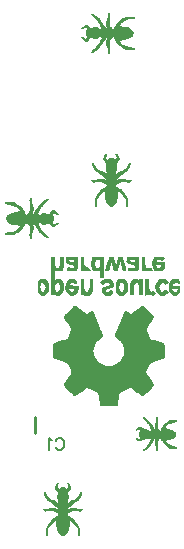
<source format=gbr>
G04 DipTrace 3.0.0.1*
G04 BottomSilk.gbr*
%MOIN*%
G04 #@! TF.FileFunction,Legend,Bot*
G04 #@! TF.Part,Single*
%ADD10C,0.01*%
%ADD12C,0.002992*%
%ADD37C,0.006176*%
%FSLAX26Y26*%
G04*
G70*
G90*
G75*
G01*
G04 BotSilk*
%LPD*%
X417302Y704311D2*
D10*
Y653170D1*
X469657Y1239003D2*
D12*
X478633D1*
X499577D2*
X508553D1*
X520521D2*
X556425D1*
X568393D2*
X577369D1*
X607289D2*
X643193D1*
X664137D2*
X676105D1*
X694057D2*
X706025D1*
X723977D2*
X759881D1*
X771849D2*
X780825D1*
X813737D2*
X843657D1*
X469657Y1236011D2*
X478633D1*
X499577D2*
X508553D1*
X519498D2*
X556425D1*
X568393D2*
X577369D1*
X606266D2*
X643193D1*
X662642D2*
X676567D1*
X693022D2*
X706487D1*
X722954D2*
X759881D1*
X771849D2*
X780825D1*
X811893D2*
X846649D1*
X469657Y1233019D2*
X478633D1*
X499577D2*
X508553D1*
X518619D2*
X556425D1*
X568393D2*
X577369D1*
X605376D2*
X643193D1*
X661399D2*
X677309D1*
X692027D2*
X707241D1*
X722064D2*
X759881D1*
X771849D2*
X780825D1*
X810292D2*
X843657D1*
X469657Y1230027D2*
X478633D1*
X499577D2*
X508553D1*
X518157D2*
X527055D1*
X547449D2*
X556425D1*
X568393D2*
X577369D1*
X604808D2*
X616853D1*
X631687D2*
X643193D1*
X660247D2*
X678096D1*
X691078D2*
X708121D1*
X721508D2*
X730511D1*
X750905D2*
X759881D1*
X771849D2*
X780825D1*
X809083D2*
X820308D1*
X837673D2*
X840665D1*
X469657Y1227035D2*
X478633D1*
X499577D2*
X508553D1*
X518257D2*
X528105D1*
X547449D2*
X556425D1*
X568393D2*
X577369D1*
X604515D2*
X615103D1*
X632429D2*
X643193D1*
X659275D2*
X678734D1*
X690068D2*
X709026D1*
X721332D2*
X731561D1*
X750905D2*
X759881D1*
X771849D2*
X780825D1*
X808366D2*
X818548D1*
X469657Y1224043D2*
X478633D1*
X499577D2*
X508553D1*
X519040D2*
X529497D1*
X547449D2*
X556425D1*
X568393D2*
X577369D1*
X604383D2*
X614101D1*
X633204D2*
X643193D1*
X658570D2*
X679475D1*
X689161D2*
X710032D1*
X721448D2*
X732953D1*
X750905D2*
X759881D1*
X771849D2*
X780825D1*
X808010D2*
X817477D1*
X469657Y1221051D2*
X478645D1*
X499577D2*
X508553D1*
X520342D2*
X556425D1*
X568393D2*
X577381D1*
X604329D2*
X613615D1*
X633716D2*
X643193D1*
X657870D2*
X680630D1*
X688538D2*
X696587D1*
X703045D2*
X711032D1*
X722891D2*
X759881D1*
X771849D2*
X780837D1*
X807853D2*
X846649D1*
X469657Y1218059D2*
X478762D1*
X499565D2*
X508553D1*
X524470D2*
X556425D1*
X568393D2*
X577498D1*
X604308D2*
X613417D1*
X633889D2*
X643193D1*
X656911D2*
X667717D1*
X673227D2*
X682089D1*
X688073D2*
X695833D1*
X703150D2*
X711987D1*
X728721D2*
X759881D1*
X771849D2*
X780942D1*
X807790D2*
X846649D1*
X469657Y1215067D2*
X479259D1*
X499451D2*
X508553D1*
X534971D2*
X556425D1*
X568393D2*
X577778D1*
X604301D2*
X613447D1*
X633633D2*
X643193D1*
X655706D2*
X665955D1*
X673610D2*
X694953D1*
X703531D2*
X713013D1*
X738513D2*
X759881D1*
X771849D2*
X781323D1*
X807778D2*
X846649D1*
X469657Y1212075D2*
X480463D1*
X498989D2*
X508553D1*
X547449D2*
X556425D1*
X568393D2*
X579116D1*
X604310D2*
X613878D1*
X632943D2*
X643193D1*
X654446D2*
X664848D1*
X674339D2*
X694048D1*
X704248D2*
X714020D1*
X750905D2*
X759881D1*
X771849D2*
X782040D1*
X807874D2*
X817279D1*
X837123D2*
X846637D1*
X469657Y1209083D2*
X482377D1*
X497966D2*
X508541D1*
X547449D2*
X556413D1*
X568393D2*
X582931D1*
X604414D2*
X614889D1*
X632074D2*
X643193D1*
X653382D2*
X663981D1*
X675212D2*
X693042D1*
X705027D2*
X714978D1*
X750905D2*
X759869D1*
X771849D2*
X782815D1*
X808264D2*
X818329D1*
X836073D2*
X846520D1*
X469657Y1206091D2*
X484617D1*
X496585D2*
X508424D1*
X526505D2*
X529497D1*
X547449D2*
X556296D1*
X568393D2*
X588011D1*
X604807D2*
X616265D1*
X631225D2*
X643193D1*
X652626D2*
X663054D1*
X676115D2*
X692042D1*
X705654D2*
X715993D1*
X729961D2*
D3*
X750905D2*
X759752D1*
X771849D2*
X783382D1*
X809097D2*
X819721D1*
X834681D2*
X846022D1*
X469657Y1203099D2*
X507927D1*
X524156D2*
X555799D1*
X568393D2*
X593056D1*
X605638D2*
X643193D1*
X651911D2*
X662203D1*
X677109D2*
X691084D1*
X706315D2*
X716895D1*
X727679D2*
X759255D1*
X771849D2*
X801769D1*
X810361D2*
X844808D1*
X469657Y1200107D2*
X506723D1*
X522110D2*
X554595D1*
X568393D2*
X596829D1*
X606875D2*
X643193D1*
X651022D2*
X661648D1*
X678011D2*
X690044D1*
X707183D2*
X717474D1*
X725929D2*
X758051D1*
X771849D2*
X802819D1*
X812089D2*
X842829D1*
X469657Y1197115D2*
X504809D1*
X524045D2*
X552681D1*
X568393D2*
X599373D1*
X608465D2*
X643193D1*
X650070D2*
X661343D1*
X678633D2*
X689014D1*
X708128D2*
X717789D1*
X726222D2*
X756137D1*
X771849D2*
X803836D1*
X814296D2*
X840348D1*
X469657Y1194123D2*
X478633D1*
X484617D2*
X502569D1*
X526505D2*
X550441D1*
X568393D2*
X577369D1*
X583353D2*
X601305D1*
X610281D2*
X628233D1*
X634217D2*
X643193D1*
X649177D2*
X661145D1*
X679097D2*
X688073D1*
X709017D2*
X717993D1*
X726969D2*
X753897D1*
X771849D2*
X780825D1*
X786809D2*
X804761D1*
X816729D2*
X837673D1*
X469657Y1191131D2*
X478633D1*
X634217D2*
X643193D1*
X469657Y1188139D2*
X478633D1*
X634217D2*
X643193D1*
X469657Y1185147D2*
X478633D1*
X634217D2*
X643193D1*
X469657Y1182155D2*
X478633D1*
X634217D2*
X643193D1*
X469657Y1179163D2*
X478633D1*
X634217D2*
X643193D1*
X469657Y1176171D2*
X478633D1*
X634217D2*
X643193D1*
X469657Y1173179D2*
X478633D1*
X634217D2*
X643193D1*
X469657Y1170187D2*
X478633D1*
X469657Y1167195D2*
X478633D1*
X433753Y1164203D2*
X448713D1*
X469657D2*
X478633D1*
X487609D2*
X499577D1*
X529497D2*
X547449D1*
X568393D2*
X577369D1*
X598313D2*
X607289D1*
X646185D2*
X667129D1*
X694057D2*
X712009D1*
X744921D2*
X756889D1*
X762873D2*
X771849D1*
X783817D2*
X792793D1*
X831689D2*
X849641D1*
X873577D2*
X891529D1*
X429968Y1161211D2*
X452612D1*
X469657D2*
X503362D1*
X526619D2*
X551112D1*
X568393D2*
X577369D1*
X598313D2*
X607289D1*
X641801D2*
X669995D1*
X691191D2*
X715908D1*
X741022D2*
X771849D1*
X783817D2*
X792793D1*
X827790D2*
X852633D1*
X870597D2*
X894292D1*
X426922Y1158219D2*
X455605D1*
X469657D2*
X506408D1*
X524022D2*
X553886D1*
X568393D2*
X577369D1*
X598313D2*
X607289D1*
X637884D2*
X672487D1*
X688699D2*
X718901D1*
X738029D2*
X771849D1*
X783817D2*
X792793D1*
X824786D2*
X855625D1*
X867722D2*
X896338D1*
X425813Y1155227D2*
X457759D1*
X469657D2*
X507517D1*
X521864D2*
X554198D1*
X568393D2*
X577369D1*
X598313D2*
X607289D1*
X634217D2*
X674264D1*
X686922D2*
X721055D1*
X735875D2*
X771849D1*
X783817D2*
X792793D1*
X822526D2*
X858617D1*
X865228D2*
X897011D1*
X425216Y1152235D2*
X434341D1*
X444545D2*
X459205D1*
X469657D2*
X485091D1*
X495997D2*
X508114D1*
X520138D2*
X532489D1*
X547449D2*
X553433D1*
X568393D2*
X577369D1*
X598313D2*
X607289D1*
X637209D2*
X646185D1*
X663587D2*
X675274D1*
X685912D2*
X697637D1*
X708891D2*
X722501D1*
X734429D2*
X748387D1*
X759293D2*
X771849D1*
X783817D2*
X792793D1*
X820699D2*
X835845D1*
X846649D2*
X854222D1*
X863451D2*
X877744D1*
X891529D2*
X897513D1*
X424948Y1149243D2*
X432591D1*
X448590D2*
X460015D1*
X469657D2*
X482958D1*
X497747D2*
X508382D1*
X518882D2*
X529497D1*
X568393D2*
X577369D1*
X598313D2*
X607289D1*
X640201D2*
X643193D1*
X665529D2*
X675750D1*
X685424D2*
X695887D1*
X711383D2*
X723311D1*
X733619D2*
X746254D1*
X761043D2*
X771849D1*
X783817D2*
X792793D1*
X819172D2*
X832240D1*
X849641D2*
D3*
X862440D2*
X873694D1*
X424840Y1146251D2*
X431589D1*
X450185D2*
X460406D1*
X469657D2*
X481239D1*
X498749D2*
X508490D1*
X518150D2*
X526505D1*
X568393D2*
X577369D1*
X598313D2*
X607289D1*
X667129D2*
X675844D1*
X685213D2*
X694885D1*
X713160D2*
X723702D1*
X733228D2*
X744535D1*
X762045D2*
X771849D1*
X783817D2*
X792793D1*
X818014D2*
X829867D1*
X861952D2*
X871950D1*
X424799Y1143259D2*
X431103D1*
X451055D2*
X460575D1*
X469657D2*
X479997D1*
X499235D2*
X508531D1*
X517788D2*
X559417D1*
X568393D2*
X577369D1*
X598313D2*
X607289D1*
X656322D2*
X675669D1*
X685129D2*
X694399D1*
X714170D2*
X723871D1*
X733059D2*
X743281D1*
X762531D2*
X771849D1*
X783817D2*
X792805D1*
X817324D2*
X828284D1*
X861741D2*
X897513D1*
X424784Y1140267D2*
X430905D1*
X451438D2*
X460642D1*
X469657D2*
X479370D1*
X499445D2*
X508546D1*
X517630D2*
X559405D1*
X568393D2*
X577381D1*
X598301D2*
X607289D1*
X648539D2*
X674256D1*
X685098D2*
X694201D1*
X714646D2*
X723938D1*
X732992D2*
X742549D1*
X762741D2*
X771849D1*
X783817D2*
X792910D1*
X816991D2*
X827160D1*
X861657D2*
X897513D1*
X424779Y1137275D2*
X430938D1*
X451482D2*
X460667D1*
X469657D2*
X479402D1*
X499505D2*
X508551D1*
X517578D2*
X559300D1*
X568393D2*
X577498D1*
X598184D2*
X607289D1*
X642902D2*
X668942D1*
X685087D2*
X694234D1*
X714740D2*
X723963D1*
X732967D2*
X742188D1*
X762825D2*
X771849D1*
X783817D2*
X793303D1*
X816943D2*
X827551D1*
X861626D2*
X897513D1*
X424778Y1134283D2*
X431404D1*
X451046D2*
X460665D1*
X469657D2*
X480075D1*
X499309D2*
X508552D1*
X517659D2*
X558919D1*
X568393D2*
X577995D1*
X597687D2*
X607277D1*
X640483D2*
X660185D1*
X685083D2*
X694700D1*
X714327D2*
X723961D1*
X732958D2*
X742030D1*
X762856D2*
X771849D1*
X783817D2*
X794134D1*
X817275D2*
X828537D1*
X861626D2*
X897513D1*
X424777Y1131291D2*
X432597D1*
X449863D2*
X460551D1*
X469657D2*
X481248D1*
X498780D2*
X508541D1*
X518043D2*
X526505D1*
X546899D2*
X558191D1*
X568393D2*
X579199D1*
X596483D2*
X607172D1*
X638602D2*
X649177D1*
X685093D2*
X695893D1*
X713154D2*
X723847D1*
X732955D2*
X741966D1*
X762867D2*
X771849D1*
X783817D2*
X795371D1*
X818073D2*
X830131D1*
X861739D2*
X870585D1*
X892079D2*
X897513D1*
X424800Y1128299D2*
X434506D1*
X447958D2*
X460054D1*
X469657D2*
X482813D1*
X496450D2*
X508424D1*
X518874D2*
X529497D1*
X545849D2*
X557307D1*
X568393D2*
X581113D1*
X594569D2*
X606779D1*
X638106D2*
X649177D1*
X670121D2*
D3*
X685210D2*
X697802D1*
X711252D2*
X723350D1*
X732953D2*
X741942D1*
X762871D2*
X771849D1*
X783817D2*
X796961D1*
X819237D2*
X832280D1*
X849641D2*
X852633D1*
X862236D2*
X873577D1*
X890137D2*
X897490D1*
X425034Y1125307D2*
X436745D1*
X445721D2*
X458828D1*
X469657D2*
X484617D1*
X493593D2*
X507915D1*
X520150D2*
X532489D1*
X544457D2*
X556263D1*
X568393D2*
X583353D1*
X592329D2*
X605934D1*
X638787D2*
X649177D1*
X664137D2*
X673113D1*
X685731D2*
X700041D1*
X709017D2*
X722124D1*
X732953D2*
X741933D1*
X762872D2*
X771849D1*
X783817D2*
X798777D1*
X807753D2*
X810745D1*
X820706D2*
X834681D1*
X843657D2*
X855625D1*
X863462D2*
X876569D1*
X888537D2*
X897256D1*
X425595Y1122315D2*
X456732D1*
X469657D2*
X506946D1*
X522000D2*
X554922D1*
X568393D2*
X604555D1*
X639838D2*
X674562D1*
X686735D2*
X720028D1*
X732953D2*
X741930D1*
X762873D2*
X771849D1*
X783817D2*
X813094D1*
X822745D2*
X858617D1*
X865558D2*
X896695D1*
X428329Y1119323D2*
X453767D1*
X469657D2*
X504235D1*
X524719D2*
X551607D1*
X568393D2*
X602365D1*
X642677D2*
X672580D1*
X689968D2*
X717063D1*
X732953D2*
X741929D1*
X762873D2*
X771849D1*
X783817D2*
X815139D1*
X825804D2*
X854525D1*
X868523D2*
X893961D1*
X432237Y1116331D2*
X449970D1*
X469657D2*
X478633D1*
X484617D2*
X500664D1*
X528354D2*
X546956D1*
X568393D2*
X599135D1*
X646966D2*
X668570D1*
X694576D2*
X713266D1*
X732953D2*
X741929D1*
X762873D2*
X771849D1*
X783817D2*
X813205D1*
X829978D2*
X849433D1*
X872320D2*
X890053D1*
X436745Y1113339D2*
X445721D1*
X490601D2*
X496585D1*
X532489D2*
X541465D1*
X586345D2*
X595321D1*
X652169D2*
X664137D1*
X700041D2*
X709017D1*
X783817D2*
D3*
X804761D2*
X810745D1*
X834681D2*
X843657D1*
X876569D2*
X885545D1*
X544457Y1074443D2*
X550441D1*
X771849D2*
X777833D1*
X541465Y1071451D2*
X554918D1*
X767372D2*
X780825D1*
X538473Y1068459D2*
X559554D1*
X762736D2*
X783817D1*
X535481Y1065467D2*
X564005D1*
X758285D2*
X786809D1*
X532489Y1062475D2*
X568312D1*
X753978D2*
X789801D1*
X529497Y1059483D2*
X572919D1*
X604297D2*
X607289D1*
X715001D2*
X717993D1*
X749371D2*
X792793D1*
X526505Y1056491D2*
X578012D1*
X598313D2*
X608324D1*
X713966D2*
X723977D1*
X744278D2*
X795785D1*
X523513Y1053499D2*
X583353D1*
X592329D2*
X609319D1*
X712971D2*
X729961D1*
X738937D2*
X798777D1*
X520533Y1050507D2*
X610279D1*
X712011D2*
X801757D1*
X517669Y1047515D2*
X611394D1*
X710896D2*
X804621D1*
X515281Y1044523D2*
X612686D1*
X709604D2*
X807009D1*
X513468Y1041531D2*
X614084D1*
X708206D2*
X808822D1*
X513613Y1038539D2*
X615531D1*
X706759D2*
X808677D1*
X514458Y1035547D2*
X616915D1*
X705375D2*
X807832D1*
X515899Y1032555D2*
X618120D1*
X704170D2*
X806391D1*
X517698Y1029563D2*
X619183D1*
X703107D2*
X804592D1*
X519582Y1026571D2*
X620342D1*
X701948D2*
X802708D1*
X521626Y1023579D2*
X621641D1*
X700649D2*
X800664D1*
X523923Y1020587D2*
X622951D1*
X699339D2*
X798367D1*
X526220Y1017595D2*
X624124D1*
X698166D2*
X796070D1*
X528254Y1014603D2*
X625174D1*
X697116D2*
X794036D1*
X530042Y1011611D2*
X626329D1*
X695961D2*
X792248D1*
X531763Y1008619D2*
X627625D1*
X694665D2*
X790527D1*
X533574Y1005627D2*
X628936D1*
X693354D2*
X788716D1*
X535311Y1002635D2*
X630108D1*
X692182D2*
X786979D1*
X536719Y999643D2*
X631158D1*
X691132D2*
X785571D1*
X536494Y996651D2*
X632313D1*
X689977D2*
X785796D1*
X535696Y993659D2*
X633621D1*
X688669D2*
X786594D1*
X534523Y990667D2*
X635025D1*
X687265D2*
X787767D1*
X533169Y987675D2*
X636474D1*
X685816D2*
X789121D1*
X531819Y984683D2*
X637836D1*
X684454D2*
X790470D1*
X530627Y981691D2*
X638807D1*
X683483D2*
X791663D1*
X529580Y978699D2*
X639290D1*
X683000D2*
X792709D1*
X528516Y975707D2*
X638108D1*
X684182D2*
X793774D1*
X527459Y972715D2*
X635190D1*
X687100D2*
X794831D1*
X526122Y969723D2*
X631887D1*
X690403D2*
X796168D1*
X524190Y966731D2*
X628584D1*
X693706D2*
X798100D1*
X517958Y963739D2*
X625413D1*
X696877D2*
X804332D1*
X508843Y960747D2*
X622432D1*
X699858D2*
X813447D1*
X498043Y957755D2*
X619792D1*
X702498D2*
X824247D1*
X488421Y954763D2*
X617606D1*
X704684D2*
X833869D1*
X480817Y951771D2*
X615768D1*
X706522D2*
X841473D1*
X477665Y948779D2*
X614129D1*
X708161D2*
X844625D1*
X476575Y945787D2*
X612679D1*
X709611D2*
X845715D1*
X476020Y942795D2*
X611539D1*
X710751D2*
X846270D1*
X475783Y939803D2*
X610753D1*
X711537D2*
X846507D1*
X475692Y936811D2*
X610031D1*
X712259D2*
X846598D1*
X475658Y933819D2*
X609163D1*
X713127D2*
X846632D1*
X475647Y930827D2*
X608347D1*
X713943D2*
X846643D1*
X475643Y927835D2*
X607907D1*
X714383D2*
X846647D1*
X475642Y924843D2*
X608002D1*
X714288D2*
X846648D1*
X475641Y921851D2*
X608589D1*
X713701D2*
X846649D1*
X475641Y918859D2*
X609314D1*
X712976D2*
X846649D1*
X475641Y915867D2*
X609921D1*
X712369D2*
X846649D1*
X475641Y912875D2*
X610584D1*
X711706D2*
X846649D1*
X475688Y909883D2*
X611542D1*
X710748D2*
X846602D1*
X475828Y906891D2*
X612847D1*
X709443D2*
X846462D1*
X477277Y903899D2*
X614498D1*
X707792D2*
X845013D1*
X483006Y900907D2*
X616384D1*
X705906D2*
X839284D1*
X491711Y897915D2*
X618312D1*
X703978D2*
X830578D1*
X502353Y894923D2*
X620484D1*
X701806D2*
X819937D1*
X512325Y891931D2*
X623284D1*
X699006D2*
X809965D1*
X519482Y888939D2*
X626832D1*
X695458D2*
X802808D1*
X524489Y885947D2*
X631181D1*
X691109D2*
X797801D1*
X526696Y882955D2*
X636770D1*
X685520D2*
X795594D1*
X528526Y879963D2*
X643993D1*
X678297D2*
X793764D1*
X530063Y876971D2*
X652169D1*
X670121D2*
X792227D1*
X531336Y873979D2*
X790954D1*
X532511Y870987D2*
X789779D1*
X533953Y867995D2*
X788337D1*
X535588Y865003D2*
X786702D1*
X536927Y862011D2*
X785363D1*
X537633Y859019D2*
X784657D1*
X537858Y856027D2*
X784432D1*
X536706Y853035D2*
X785584D1*
X535123Y850043D2*
X787167D1*
X533362Y847051D2*
X788928D1*
X531459Y844059D2*
X790831D1*
X529457Y841067D2*
X792833D1*
X527491Y838075D2*
X794799D1*
X525417Y835083D2*
X796873D1*
X523108Y832091D2*
X799182D1*
X520796Y829099D2*
X801493D1*
X518667Y826107D2*
X803623D1*
X516615Y823115D2*
X805675D1*
X514675Y820123D2*
X807614D1*
X512999Y817131D2*
X809291D1*
X512527Y814139D2*
X809763D1*
X513600Y811147D2*
X808690D1*
X515465Y808155D2*
X806825D1*
X517911Y805163D2*
X804379D1*
X520667Y802171D2*
X582891D1*
X597725D2*
X724565D1*
X739399D2*
X801623D1*
X523566Y799179D2*
X579145D1*
X605447D2*
X716843D1*
X743145D2*
X798724D1*
X526524Y796187D2*
X575273D1*
X612305D2*
X709985D1*
X747017D2*
X795766D1*
X529503Y793195D2*
X571364D1*
X618159D2*
X704131D1*
X750926D2*
X792787D1*
X532491Y790203D2*
X567272D1*
X622641D2*
X699649D1*
X755018D2*
X789799D1*
X535482Y787211D2*
X563003D1*
X626020D2*
X696270D1*
X759287D2*
X786808D1*
X538473Y784219D2*
X558692D1*
X627168D2*
X695122D1*
X763598D2*
X783817D1*
X541465Y781227D2*
X554496D1*
X627795D2*
X694495D1*
X767794D2*
X780825D1*
X544457Y778235D2*
X550441D1*
X628175D2*
X694115D1*
X771849D2*
X777833D1*
X628667Y775243D2*
X693623D1*
X629425Y772251D2*
X692865D1*
X630207Y769259D2*
X692083D1*
X630746Y766267D2*
X691544D1*
X631130Y763275D2*
X691160D1*
X631639Y760283D2*
X690651D1*
X632408Y757291D2*
X689882D1*
X633196Y754299D2*
X689094D1*
X633727Y751307D2*
X688563D1*
X634023Y748315D2*
X688267D1*
X634217Y745323D2*
X688073D1*
X651520Y1583754D2*
X654512D1*
X684432D2*
X687424D1*
X649665Y1580762D2*
X653478D1*
X685467D2*
X689280D1*
X647959Y1577770D2*
X652473D1*
X686472D2*
X690986D1*
X646368Y1574778D2*
X651441D1*
X687503D2*
X692577D1*
X644958Y1571786D2*
X650110D1*
X688835D2*
X693987D1*
X643748Y1568794D2*
X648528D1*
X663488D2*
X675456D1*
X690416D2*
X695197D1*
X643773Y1565802D2*
X654512D1*
X660496D2*
X678448D1*
X684432D2*
X695171D1*
X645716Y1562810D2*
X693229D1*
X648288Y1559818D2*
X690657D1*
X650777Y1556826D2*
X688168D1*
X652591Y1553834D2*
X686353D1*
X606640Y1550842D2*
X609632D1*
X653814D2*
X685131D1*
X729312D2*
X732304D1*
X607114Y1547850D2*
X611129D1*
X653728D2*
X685216D1*
X727815D2*
X731830D1*
X607973Y1544858D2*
X612890D1*
X653178D2*
X685767D1*
X726055D2*
X730972D1*
X609234Y1541866D2*
X614835D1*
X652485D2*
X686460D1*
X724109D2*
X729710D1*
X610868Y1538874D2*
X617249D1*
X652004D2*
X686941D1*
X721696D2*
X728077D1*
X612747Y1535882D2*
X620369D1*
X651854D2*
X687091D1*
X718576D2*
X726198D1*
X614661Y1532890D2*
X623938D1*
X652217D2*
X686727D1*
X715007D2*
X724284D1*
X616739Y1529898D2*
X627812D1*
X653252D2*
X685692D1*
X711132D2*
X722206D1*
X619262Y1526906D2*
X632240D1*
X654603D2*
X684342D1*
X706705D2*
X719682D1*
X622439Y1523914D2*
X637317D1*
X655782D2*
X683163D1*
X701628D2*
X716505D1*
X626394Y1520922D2*
X642835D1*
X655354D2*
X683590D1*
X696109D2*
X712551D1*
X630814Y1517930D2*
X648528D1*
X654512D2*
X684432D1*
X690416D2*
X708131D1*
X635085Y1514938D2*
X703859D1*
X638974Y1511946D2*
X699971D1*
X642751Y1508954D2*
X696193D1*
X646664Y1505962D2*
X692281D1*
X650621Y1502970D2*
X688324D1*
X630576Y1499978D2*
X645536D1*
X654512D2*
X684432D1*
X693408D2*
X708368D1*
X617393Y1496986D2*
X721552D1*
X603648Y1493994D2*
X735296D1*
X606453Y1491002D2*
X732491D1*
X609632Y1488010D2*
X612624D1*
X643886D2*
X695059D1*
X723328D2*
X729312D1*
X649522Y1485018D2*
X689423D1*
X653797Y1482026D2*
X685148D1*
X655827Y1479034D2*
X683118D1*
X657504Y1476042D2*
X681440D1*
X651288Y1473050D2*
X687657D1*
X645835Y1470058D2*
X693109D1*
X641211Y1467066D2*
X697734D1*
X637414Y1464074D2*
X701531D1*
X634369Y1461082D2*
X704576D1*
X631907Y1458090D2*
X707037D1*
X629609Y1455098D2*
X639552D1*
X648528D2*
X690416D1*
X699392D2*
X709336D1*
X627123Y1452106D2*
X636560D1*
X648528D2*
X690416D1*
X702384D2*
X711822D1*
X624503Y1449114D2*
X633568D1*
X648528D2*
X690416D1*
X705376D2*
X714441D1*
X622028Y1446122D2*
X630576D1*
X648540D2*
X690405D1*
X708368D2*
X716917D1*
X619921Y1443130D2*
X627596D1*
X648645D2*
X690300D1*
X711349D2*
X719024D1*
X618214Y1440138D2*
X624721D1*
X649027D2*
X689918D1*
X714224D2*
X720731D1*
X616966Y1437146D2*
X622227D1*
X649743D2*
X689202D1*
X716718D2*
X721979D1*
X616236Y1434154D2*
X620450D1*
X650522D2*
X688423D1*
X718495D2*
X722709D1*
X615875Y1431162D2*
X619440D1*
X651149D2*
X687796D1*
X719505D2*
X723070D1*
X615717Y1428170D2*
X618952D1*
X651819D2*
X687125D1*
X719993D2*
X723228D1*
X615654Y1425178D2*
X618741D1*
X652780D2*
X686165D1*
X720204D2*
X723291D1*
X615629Y1422186D2*
X618657D1*
X654109D2*
X684835D1*
X720288D2*
X723315D1*
X615621Y1419194D2*
X618625D1*
X655980D2*
X682965D1*
X720319D2*
X723324D1*
X615618Y1416202D2*
X618614D1*
X658707D2*
X680238D1*
X720331D2*
X723327D1*
X615617Y1413210D2*
X618610D1*
X662345D2*
X676600D1*
X720334D2*
X723328D1*
X615617Y1410218D2*
X618609D1*
X666480D2*
X672464D1*
X720336D2*
X723328D1*
X615616Y1407226D2*
X618608D1*
X720336D2*
X723328D1*
X659156Y2051864D2*
X662148D1*
X602308Y2048872D2*
X608292D1*
X659156D2*
X663160D1*
X605056Y2045880D2*
X613128D1*
X659145D2*
X663945D1*
X608451Y2042888D2*
X617721D1*
X659040D2*
X664371D1*
X612187Y2039896D2*
X621911D1*
X658658D2*
X663767D1*
X716004D2*
X745924D1*
X615666Y2036904D2*
X625515D1*
X657930D2*
X663087D1*
X711620D2*
X745924D1*
X618517Y2033912D2*
X628470D1*
X657058D2*
X662608D1*
X707663D2*
X730502D1*
X621032Y2030920D2*
X630797D1*
X656155D2*
X662349D1*
X703855D2*
X719776D1*
X623534Y2027928D2*
X632703D1*
X655160D2*
X662229D1*
X699954D2*
X712871D1*
X625912Y2024936D2*
X634481D1*
X654266D2*
X662179D1*
X696128D2*
X708143D1*
X627977Y2021944D2*
X636437D1*
X653692D2*
X662171D1*
X692690D2*
X704460D1*
X629764Y2018952D2*
X638771D1*
X653406D2*
X662269D1*
X689791D2*
X701316D1*
X631395Y2015960D2*
X641329D1*
X653377D2*
X662648D1*
X687397D2*
X698690D1*
X584356Y2012968D2*
X590340D1*
X632952D2*
X643791D1*
X653705D2*
X663387D1*
X685235D2*
X696687D1*
X579082Y2009976D2*
X591940D1*
X634549D2*
X645981D1*
X654426D2*
X664382D1*
X683242D2*
X695060D1*
X574795Y2006984D2*
X594007D1*
X636303D2*
X648060D1*
X655309D2*
X665831D1*
X681724D2*
X709870D1*
X571755Y2003992D2*
X581364D1*
X587898D2*
X596324D1*
X611284D2*
X623252D1*
X638212D2*
X650180D1*
X656164D2*
X668169D1*
X680775D2*
X721420D1*
X569396Y2001000D2*
X572388D1*
X588948D2*
X626244D1*
X635220D2*
X671124D1*
X680100D2*
X729392D1*
X590340Y1998008D2*
X734551D1*
X587936Y1995016D2*
X737852D1*
X586187Y1992024D2*
X740035D1*
X585196Y1989032D2*
X741670D1*
X584827Y1986040D2*
X741845D1*
X584845Y1983048D2*
X741338D1*
X586168Y1980056D2*
X740212D1*
X588099Y1977064D2*
X738398D1*
X590340Y1974072D2*
X735963D1*
X569396Y1971080D2*
X572388D1*
X588751D2*
X626244D1*
X635220D2*
X672289D1*
X680226D2*
X730364D1*
X571594Y1968088D2*
X581364D1*
X587348D2*
X596447D1*
X611284D2*
X623252D1*
X638212D2*
X650643D1*
X655702D2*
X668684D1*
X680715D2*
X721653D1*
X574956Y1965096D2*
X593920D1*
X636357D2*
X648393D1*
X654960D2*
X666299D1*
X681825D2*
X709325D1*
X579412Y1962104D2*
X591951D1*
X634651D2*
X646175D1*
X654186D2*
X664610D1*
X683426D2*
X695060D1*
X584356Y1959112D2*
X590340D1*
X633048D2*
X643719D1*
X653662D2*
X663423D1*
X685213D2*
X696671D1*
X631498Y1956120D2*
X641110D1*
X653395D2*
X662733D1*
X687239D2*
X698804D1*
X629877Y1953128D2*
X638638D1*
X653373D2*
X662393D1*
X689730D2*
X701361D1*
X627995Y1950136D2*
X636521D1*
X653702D2*
X662244D1*
X692794D2*
X704160D1*
X625778Y1947144D2*
X634697D1*
X654410D2*
X662184D1*
X696365D2*
X707179D1*
X623493Y1944152D2*
X632951D1*
X655275D2*
X662161D1*
X700079D2*
X711167D1*
X621262Y1941160D2*
X630995D1*
X656176D2*
X662164D1*
X703686D2*
X718310D1*
X618705Y1938168D2*
X628547D1*
X657169D2*
X662267D1*
X707410D2*
X730504D1*
X615448Y1935176D2*
X625492D1*
X658063D2*
X662635D1*
X711554D2*
X745924D1*
X611705Y1932184D2*
X621816D1*
X658637D2*
X663246D1*
X716004D2*
X745924D1*
X608039Y1929192D2*
X617647D1*
X658934D2*
X663630D1*
X604941Y1926200D2*
X613088D1*
X659069D2*
X663412D1*
X602308Y1923208D2*
X608292D1*
X659126D2*
X662815D1*
X659156Y1920216D2*
X662148D1*
X775485Y705013D2*
X778477D1*
X820365D2*
X823357D1*
X777209Y702021D2*
X782491D1*
X820353D2*
X823357D1*
X779714Y699029D2*
X786374D1*
X820248D2*
X823357D1*
X782883Y696037D2*
X789921D1*
X819866D2*
X823357D1*
X865245D2*
X886189D1*
X786068Y693045D2*
X793101D1*
X819138D2*
X823357D1*
X860872D2*
X886189D1*
X788776Y690053D2*
X795844D1*
X818266D2*
X823357D1*
X857020D2*
X874910D1*
X791143Y687061D2*
X798174D1*
X817363D2*
X823357D1*
X853593D2*
X866762D1*
X793337Y684069D2*
X800408D1*
X816380D2*
X823357D1*
X850409D2*
X861161D1*
X795278Y681077D2*
X802780D1*
X815592D2*
X823357D1*
X847350D2*
X857023D1*
X797002Y678085D2*
X805104D1*
X815157D2*
X823357D1*
X844434D2*
X853677D1*
X798593Y675093D2*
X807139D1*
X815758D2*
X823380D1*
X841824D2*
X850970D1*
X760525Y672101D2*
X766509D1*
X800025D2*
X808842D1*
X816443D2*
X823608D1*
X839659D2*
X848935D1*
X756691Y669109D2*
X772301D1*
X801156D2*
X810223D1*
X816965D2*
X824151D1*
X837903D2*
X847293D1*
X753824Y666117D2*
X781625D1*
X801885D2*
X811389D1*
X817373D2*
X826483D1*
X836501D2*
X860964D1*
X751549Y663125D2*
X754541D1*
X766035D2*
X793437D1*
X802413D2*
X829341D1*
X835325D2*
X870745D1*
X765188Y660133D2*
X877854D1*
X764043Y657141D2*
X880946D1*
X762908Y654149D2*
X882128D1*
X761971Y651157D2*
X882739D1*
X762357Y648165D2*
X882896D1*
X763232Y645173D2*
X882754D1*
X764363Y642181D2*
X881579D1*
X765489Y639189D2*
X878885D1*
X751549Y636197D2*
X757533D1*
X766509D2*
X793437D1*
X802299D2*
X830517D1*
X835799D2*
X871734D1*
X753699Y633205D2*
X769501D1*
X801904D2*
X810915D1*
X817259D2*
X826471D1*
X836657D2*
X860743D1*
X756816Y630213D2*
X768098D1*
X801081D2*
X810056D1*
X816875D2*
X824877D1*
X837930D2*
X847293D1*
X760525Y627221D2*
X766509D1*
X799921D2*
X808783D1*
X816170D2*
X824007D1*
X839669D2*
X848904D1*
X798566Y624229D2*
X807056D1*
X815508D2*
X823612D1*
X841929D2*
X851036D1*
X797035Y621237D2*
X804901D1*
X815367D2*
X823451D1*
X844560D2*
X853593D1*
X795276Y618245D2*
X802652D1*
X815818D2*
X823390D1*
X847394D2*
X856463D1*
X793334Y615253D2*
X800535D1*
X816563D2*
X823368D1*
X850334D2*
X860060D1*
X791295Y612261D2*
X798373D1*
X817414D2*
X823360D1*
X853415D2*
X865797D1*
X788839Y609269D2*
X795916D1*
X818388D2*
X823358D1*
X856861D2*
X874915D1*
X785725Y606277D2*
X793104D1*
X819274D2*
X823357D1*
X860873D2*
X886189D1*
X782381Y603285D2*
X789859D1*
X819846D2*
X823357D1*
X865245D2*
X886189D1*
X779463Y600293D2*
X786179D1*
X820144D2*
X823357D1*
X777257Y597301D2*
X782317D1*
X820283D2*
X823357D1*
X775485Y594309D2*
X778477D1*
X820365D2*
X823357D1*
X490103Y487166D2*
X493095D1*
X523015D2*
X526007D1*
X488248Y484174D2*
X492061D1*
X524050D2*
X527862D1*
X486542Y481182D2*
X491056D1*
X525054D2*
X529569D1*
X484951Y478190D2*
X490024D1*
X526086D2*
X531159D1*
X483541Y475198D2*
X488692D1*
X527418D2*
X532569D1*
X482330Y472206D2*
X487111D1*
X502071D2*
X514039D1*
X528999D2*
X533780D1*
X482356Y469214D2*
X493095D1*
X499079D2*
X517031D1*
X523015D2*
X533754D1*
X484298Y466222D2*
X531812D1*
X486871Y463230D2*
X529240D1*
X489359Y460238D2*
X526751D1*
X491174Y457246D2*
X524936D1*
X445223Y454254D2*
X448215D1*
X492397D2*
X523714D1*
X567895D2*
X570887D1*
X445697Y451262D2*
X449712D1*
X492311D2*
X523799D1*
X566398D2*
X570413D1*
X446556Y448270D2*
X451473D1*
X491761D2*
X524350D1*
X564637D2*
X569554D1*
X447817Y445278D2*
X453418D1*
X491067D2*
X525043D1*
X562692D2*
X568293D1*
X449451Y442286D2*
X455831D1*
X490586D2*
X525524D1*
X560279D2*
X566660D1*
X451329Y439294D2*
X458952D1*
X490437D2*
X525673D1*
X557159D2*
X564781D1*
X453243Y436302D2*
X462521D1*
X490800D2*
X525310D1*
X553590D2*
X562867D1*
X455322Y433310D2*
X466395D1*
X491835D2*
X524275D1*
X549715D2*
X560788D1*
X457845Y430318D2*
X470823D1*
X493186D2*
X522924D1*
X545287D2*
X558265D1*
X461022Y427326D2*
X475899D1*
X494365D2*
X521746D1*
X540211D2*
X555088D1*
X464976Y424334D2*
X481418D1*
X493937D2*
X522173D1*
X534692D2*
X551134D1*
X469397Y421342D2*
X487111D1*
X493095D2*
X523015D1*
X528999D2*
X546713D1*
X473668Y418350D2*
X542442D1*
X477557Y415358D2*
X538553D1*
X481334Y412366D2*
X534776D1*
X485247Y409374D2*
X530864D1*
X489204Y406382D2*
X526906D1*
X469159Y403390D2*
X484119D1*
X493095D2*
X523015D1*
X531991D2*
X546951D1*
X455976Y400398D2*
X560135D1*
X442231Y397406D2*
X573879D1*
X445036Y394414D2*
X571074D1*
X448215Y391422D2*
X451207D1*
X482469D2*
X533641D1*
X561911D2*
X567895D1*
X488105Y388430D2*
X528005D1*
X492379Y385438D2*
X523731D1*
X494410Y382446D2*
X521701D1*
X496087Y379454D2*
X520023D1*
X489870Y376462D2*
X526240D1*
X484418Y373470D2*
X531692D1*
X479793Y370478D2*
X536317D1*
X475997Y367486D2*
X540113D1*
X472952Y364494D2*
X543158D1*
X470490Y361502D2*
X545620D1*
X468191Y358510D2*
X478135D1*
X487111D2*
X528999D1*
X537975D2*
X547919D1*
X465705Y355518D2*
X475143D1*
X487111D2*
X528999D1*
X540967D2*
X550405D1*
X463086Y352526D2*
X472151D1*
X487111D2*
X528999D1*
X543959D2*
X553024D1*
X460611Y349534D2*
X469159D1*
X487123D2*
X528987D1*
X546951D2*
X555499D1*
X458504Y346542D2*
X466179D1*
X487228D2*
X528882D1*
X549931D2*
X557607D1*
X456797Y343550D2*
X463304D1*
X487609D2*
X528501D1*
X552806D2*
X559313D1*
X455548Y340558D2*
X460810D1*
X488326D2*
X527784D1*
X555300D2*
X560562D1*
X454818Y337566D2*
X459033D1*
X489105D2*
X527005D1*
X557078D2*
X561292D1*
X454458Y334574D2*
X458022D1*
X489732D2*
X526378D1*
X558088D2*
X561652D1*
X454300Y331582D2*
X457534D1*
X490402D2*
X525708D1*
X558576D2*
X561810D1*
X454236Y328590D2*
X457323D1*
X491362D2*
X524748D1*
X558787D2*
X561874D1*
X454212Y325598D2*
X457239D1*
X492692D2*
X523418D1*
X558871D2*
X561898D1*
X454204Y322606D2*
X457208D1*
X494563D2*
X521548D1*
X558902D2*
X561907D1*
X454201Y319614D2*
X457197D1*
X497289D2*
X518821D1*
X558913D2*
X561910D1*
X454200Y316622D2*
X457193D1*
X500927D2*
X515183D1*
X558917D2*
X561911D1*
X454199Y313630D2*
X457192D1*
X505063D2*
X511047D1*
X558918D2*
X561911D1*
X454199Y310638D2*
X457191D1*
X558919D2*
X561911D1*
X399629Y1434279D2*
X402621D1*
X398720Y1431287D2*
X402621D1*
X453485D2*
X459469D1*
X397969Y1428295D2*
X402633D1*
X448650D2*
X456721D1*
X398302Y1425303D2*
X402738D1*
X444056D2*
X453326D1*
X315853Y1422311D2*
X345773D1*
X398822D2*
X403119D1*
X439867D2*
X449590D1*
X315853Y1419319D2*
X350158D1*
X399223D2*
X403848D1*
X436263D2*
X446112D1*
X331275Y1416327D2*
X354114D1*
X399449D2*
X404720D1*
X433308D2*
X443261D1*
X342001Y1413335D2*
X357923D1*
X399556D2*
X405623D1*
X430981D2*
X440745D1*
X348907Y1410343D2*
X361824D1*
X399602D2*
X406617D1*
X429074D2*
X438244D1*
X353634Y1407351D2*
X365650D1*
X399619D2*
X407511D1*
X427297D2*
X435866D1*
X357317Y1404359D2*
X369088D1*
X399614D2*
X408085D1*
X425341D2*
X433801D1*
X360462Y1401367D2*
X371987D1*
X399511D2*
X408371D1*
X423006D2*
X432014D1*
X363087Y1398375D2*
X374381D1*
X399131D2*
X408400D1*
X420448D2*
X430383D1*
X365090Y1395383D2*
X376543D1*
X398391D2*
X408072D1*
X417986D2*
X428825D1*
X471437D2*
X477421D1*
X366717Y1392391D2*
X378536D1*
X397396D2*
X407351D1*
X415796D2*
X427228D1*
X469837D2*
X482695D1*
X351907Y1389399D2*
X380053D1*
X395947D2*
X406469D1*
X413718D2*
X425475D1*
X467770D2*
X486983D1*
X340358Y1386407D2*
X381002D1*
X393608D2*
X405613D1*
X411597D2*
X423565D1*
X438525D2*
X450493D1*
X465453D2*
X473879D1*
X480413D2*
X490022D1*
X332386Y1383415D2*
X381677D1*
X390653D2*
X426557D1*
X435533D2*
X472829D1*
X489389D2*
X492381D1*
X327226Y1380423D2*
X471437D1*
X323925Y1377431D2*
X473841D1*
X321743Y1374439D2*
X475591D1*
X320107Y1371447D2*
X476581D1*
X319933Y1368455D2*
X476950D1*
X320440Y1365463D2*
X476932D1*
X321565Y1362471D2*
X475610D1*
X323379Y1359479D2*
X473678D1*
X325814Y1356487D2*
X471437D1*
X331413Y1353495D2*
X381551D1*
X389489D2*
X426557D1*
X435533D2*
X473027D1*
X489389D2*
X492381D1*
X340124Y1350503D2*
X381063D1*
X393094D2*
X406075D1*
X411135D2*
X423565D1*
X438525D2*
X450493D1*
X465330D2*
X474429D1*
X480413D2*
X490183D1*
X352452Y1347511D2*
X379953D1*
X395479D2*
X406817D1*
X413385D2*
X425420D1*
X467858D2*
X486822D1*
X366717Y1344519D2*
X378352D1*
X397167D2*
X407592D1*
X415602D2*
X427127D1*
X469826D2*
X482366D1*
X365106Y1341527D2*
X376565D1*
X398355D2*
X408116D1*
X418059D2*
X428729D1*
X471437D2*
X477421D1*
X362974Y1338535D2*
X374539D1*
X399044D2*
X408382D1*
X420667D2*
X430279D1*
X360416Y1335543D2*
X372048D1*
X399384D2*
X408404D1*
X423139D2*
X431901D1*
X357617Y1332551D2*
X368983D1*
X399534D2*
X408075D1*
X425257D2*
X433782D1*
X354598Y1329559D2*
X365413D1*
X399594D2*
X407367D1*
X427080D2*
X436000D1*
X350610Y1326567D2*
X361698D1*
X399605D2*
X406502D1*
X428826D2*
X438285D1*
X343467Y1323575D2*
X358092D1*
X399508D2*
X405602D1*
X430783D2*
X440516D1*
X331274Y1320583D2*
X354367D1*
X399130D2*
X404609D1*
X433231D2*
X443073D1*
X315853Y1317591D2*
X350223D1*
X398426D2*
X403715D1*
X436285D2*
X446330D1*
X315853Y1314599D2*
X345773D1*
X397764D2*
X403141D1*
X439961D2*
X450073D1*
X397626Y1311607D2*
X402843D1*
X444130D2*
X453738D1*
X398089Y1308615D2*
X402709D1*
X448689D2*
X456836D1*
X398848Y1305623D2*
X402652D1*
X453485D2*
X459469D1*
X399629Y1302631D2*
X402621D1*
X469657Y1239003D2*
Y1236011D1*
Y1233019D1*
Y1230027D1*
Y1227035D1*
Y1224043D1*
Y1221051D1*
Y1218059D1*
Y1215067D1*
Y1212075D1*
Y1209083D1*
Y1206091D1*
Y1203099D1*
Y1200107D1*
Y1197115D1*
Y1194123D1*
Y1191131D1*
Y1188139D1*
Y1185147D1*
Y1182155D1*
Y1179163D1*
Y1176171D1*
Y1173179D1*
Y1170187D1*
Y1167195D1*
Y1164203D1*
Y1161211D1*
Y1158219D1*
Y1155227D1*
Y1152235D1*
Y1149243D1*
Y1146251D1*
Y1143259D1*
Y1140267D1*
Y1137275D1*
Y1134283D1*
Y1131291D1*
Y1128299D1*
Y1125307D1*
Y1122315D1*
Y1119323D1*
Y1116331D1*
X478633Y1239003D2*
Y1236011D1*
Y1233019D1*
Y1230027D1*
Y1227035D1*
Y1224043D1*
X478645Y1221051D1*
X478762Y1218059D1*
X479259Y1215067D1*
X480463Y1212075D1*
X482377Y1209083D1*
X484617Y1206091D1*
X499577Y1239003D2*
Y1236011D1*
Y1233019D1*
Y1230027D1*
Y1227035D1*
Y1224043D1*
Y1221051D1*
X499565Y1218059D1*
X499451Y1215067D1*
X498989Y1212075D1*
X497966Y1209083D1*
X496585Y1206091D1*
X508553Y1239003D2*
Y1236011D1*
Y1233019D1*
Y1230027D1*
Y1227035D1*
Y1224043D1*
Y1221051D1*
Y1218059D1*
Y1215067D1*
Y1212075D1*
X508541Y1209083D1*
X508424Y1206091D1*
X507927Y1203099D1*
X506723Y1200107D1*
X504809Y1197115D1*
X502569Y1194123D1*
X520521Y1239003D2*
X519498Y1236011D1*
X518619Y1233019D1*
X518157Y1230027D1*
X518257Y1227035D1*
X519040Y1224043D1*
X520342Y1221051D1*
X524470Y1218059D1*
X534971Y1215067D1*
X547449Y1212075D1*
Y1209083D1*
Y1206091D1*
X556425Y1239003D2*
Y1236011D1*
Y1233019D1*
Y1230027D1*
Y1227035D1*
Y1224043D1*
Y1221051D1*
Y1218059D1*
Y1215067D1*
Y1212075D1*
X556413Y1209083D1*
X556296Y1206091D1*
X555799Y1203099D1*
X554595Y1200107D1*
X552681Y1197115D1*
X550441Y1194123D1*
X568393Y1239003D2*
Y1236011D1*
Y1233019D1*
Y1230027D1*
Y1227035D1*
Y1224043D1*
Y1221051D1*
Y1218059D1*
Y1215067D1*
Y1212075D1*
Y1209083D1*
Y1206091D1*
Y1203099D1*
Y1200107D1*
Y1197115D1*
Y1194123D1*
X577369Y1239003D2*
Y1236011D1*
Y1233019D1*
Y1230027D1*
Y1227035D1*
Y1224043D1*
X577381Y1221051D1*
X577498Y1218059D1*
X577778Y1215067D1*
X579116Y1212075D1*
X582931Y1209083D1*
X588011Y1206091D1*
X593056Y1203099D1*
X596829Y1200107D1*
X599373Y1197115D1*
X601305Y1194123D1*
X607289Y1239003D2*
X606266Y1236011D1*
X605376Y1233019D1*
X604808Y1230027D1*
X604515Y1227035D1*
X604383Y1224043D1*
X604329Y1221051D1*
X604308Y1218059D1*
X604301Y1215067D1*
X604310Y1212075D1*
X604414Y1209083D1*
X604807Y1206091D1*
X605638Y1203099D1*
X606875Y1200107D1*
X608465Y1197115D1*
X610281Y1194123D1*
X643193Y1239003D2*
Y1236011D1*
Y1233019D1*
Y1230027D1*
Y1227035D1*
Y1224043D1*
Y1221051D1*
Y1218059D1*
Y1215067D1*
Y1212075D1*
Y1209083D1*
Y1206091D1*
Y1203099D1*
Y1200107D1*
Y1197115D1*
Y1194123D1*
Y1191131D1*
Y1188139D1*
Y1185147D1*
Y1182155D1*
Y1179163D1*
Y1176171D1*
Y1173179D1*
X664137Y1239003D2*
X662642Y1236011D1*
X661399Y1233019D1*
X660247Y1230027D1*
X659275Y1227035D1*
X658570Y1224043D1*
X657870Y1221051D1*
X656911Y1218059D1*
X655706Y1215067D1*
X654446Y1212075D1*
X653382Y1209083D1*
X652626Y1206091D1*
X651911Y1203099D1*
X651022Y1200107D1*
X650070Y1197115D1*
X649177Y1194123D1*
X676105Y1239003D2*
X676567Y1236011D1*
X677309Y1233019D1*
X678096Y1230027D1*
X678734Y1227035D1*
X679475Y1224043D1*
X680630Y1221051D1*
X682089Y1218059D1*
X694057Y1239003D2*
X693022Y1236011D1*
X692027Y1233019D1*
X691078Y1230027D1*
X690068Y1227035D1*
X689161Y1224043D1*
X688538Y1221051D1*
X688073Y1218059D1*
X706025Y1239003D2*
X706487Y1236011D1*
X707241Y1233019D1*
X708121Y1230027D1*
X709026Y1227035D1*
X710032Y1224043D1*
X711032Y1221051D1*
X711987Y1218059D1*
X713013Y1215067D1*
X714020Y1212075D1*
X714978Y1209083D1*
X715993Y1206091D1*
X716895Y1203099D1*
X717474Y1200107D1*
X717789Y1197115D1*
X717993Y1194123D1*
X723977Y1239003D2*
X722954Y1236011D1*
X722064Y1233019D1*
X721508Y1230027D1*
X721332Y1227035D1*
X721448Y1224043D1*
X722891Y1221051D1*
X728721Y1218059D1*
X738513Y1215067D1*
X750905Y1212075D1*
Y1209083D1*
Y1206091D1*
X759881Y1239003D2*
Y1236011D1*
Y1233019D1*
Y1230027D1*
Y1227035D1*
Y1224043D1*
Y1221051D1*
Y1218059D1*
Y1215067D1*
Y1212075D1*
X759869Y1209083D1*
X759752Y1206091D1*
X759255Y1203099D1*
X758051Y1200107D1*
X756137Y1197115D1*
X753897Y1194123D1*
X771849Y1239003D2*
Y1236011D1*
Y1233019D1*
Y1230027D1*
Y1227035D1*
Y1224043D1*
Y1221051D1*
Y1218059D1*
Y1215067D1*
Y1212075D1*
Y1209083D1*
Y1206091D1*
Y1203099D1*
Y1200107D1*
Y1197115D1*
Y1194123D1*
X780825Y1239003D2*
Y1236011D1*
Y1233019D1*
Y1230027D1*
Y1227035D1*
Y1224043D1*
X780837Y1221051D1*
X780942Y1218059D1*
X781323Y1215067D1*
X782040Y1212075D1*
X782815Y1209083D1*
X783382Y1206091D1*
X783817Y1203099D1*
X801769D1*
X802819Y1200107D1*
X803836Y1197115D1*
X804761Y1194123D1*
X813737Y1239003D2*
X811893Y1236011D1*
X810292Y1233019D1*
X809083Y1230027D1*
X808366Y1227035D1*
X808010Y1224043D1*
X807853Y1221051D1*
X807790Y1218059D1*
X807778Y1215067D1*
X807874Y1212075D1*
X808264Y1209083D1*
X809097Y1206091D1*
X810361Y1203099D1*
X812089Y1200107D1*
X814296Y1197115D1*
X816729Y1194123D1*
X843657Y1239003D2*
X846649Y1236011D1*
X843657Y1233019D1*
X840665Y1230027D1*
X526505Y1233019D2*
X527055Y1230027D1*
X528105Y1227035D1*
X529497Y1224043D1*
X547449Y1233019D2*
Y1230027D1*
Y1227035D1*
Y1224043D1*
X619257Y1233019D2*
X616853Y1230027D1*
X615103Y1227035D1*
X614101Y1224043D1*
X613615Y1221051D1*
X613417Y1218059D1*
X613447Y1215067D1*
X613878Y1212075D1*
X614889Y1209083D1*
X616265Y1206091D1*
X631225Y1233019D2*
X631687Y1230027D1*
X632429Y1227035D1*
X633204Y1224043D1*
X633716Y1221051D1*
X633889Y1218059D1*
X633633Y1215067D1*
X632943Y1212075D1*
X632074Y1209083D1*
X631225Y1206091D1*
X729961Y1233019D2*
X730511Y1230027D1*
X731561Y1227035D1*
X732953Y1224043D1*
X750905Y1233019D2*
Y1230027D1*
Y1227035D1*
Y1224043D1*
X822713Y1233019D2*
X820308Y1230027D1*
X818548Y1227035D1*
X817477Y1224043D1*
X816729Y1221051D1*
X846649D1*
Y1218059D1*
Y1215067D1*
X846637Y1212075D1*
X846520Y1209083D1*
X846022Y1206091D1*
X844808Y1203099D1*
X842829Y1200107D1*
X840348Y1197115D1*
X837673Y1194123D1*
X834681Y1233019D2*
X837673Y1230027D1*
X697049Y1224043D2*
X696587Y1221051D1*
X695833Y1218059D1*
X694953Y1215067D1*
X694048Y1212075D1*
X693042Y1209083D1*
X692042Y1206091D1*
X691084Y1203099D1*
X690044Y1200107D1*
X689014Y1197115D1*
X688073Y1194123D1*
X703033Y1224043D2*
X703045Y1221051D1*
X703150Y1218059D1*
X703531Y1215067D1*
X704248Y1212075D1*
X705027Y1209083D1*
X705654Y1206091D1*
X706315Y1203099D1*
X707183Y1200107D1*
X708128Y1197115D1*
X709017Y1194123D1*
X670121Y1221051D2*
X667717Y1218059D1*
X665955Y1215067D1*
X664848Y1212075D1*
X663981Y1209083D1*
X663054Y1206091D1*
X662203Y1203099D1*
X661648Y1200107D1*
X661343Y1197115D1*
X661145Y1194123D1*
X673113Y1221051D2*
X673227Y1218059D1*
X673610Y1215067D1*
X674339Y1212075D1*
X675212Y1209083D1*
X676115Y1206091D1*
X677109Y1203099D1*
X678011Y1200107D1*
X678633Y1197115D1*
X679097Y1194123D1*
X816729Y1215067D2*
X817279Y1212075D1*
X818329Y1209083D1*
X819721Y1206091D1*
X837673Y1215067D2*
X837123Y1212075D1*
X836073Y1209083D1*
X834681Y1206091D1*
X526505D2*
X524156Y1203099D1*
X522110Y1200107D1*
X524045Y1197115D1*
X526505Y1194123D1*
X529497Y1206091D2*
X729961D2*
X727679Y1203099D1*
X725929Y1200107D1*
X726222Y1197115D1*
X726969Y1194123D1*
X478633Y1197115D2*
Y1194123D1*
Y1191131D1*
Y1188139D1*
Y1185147D1*
Y1182155D1*
Y1179163D1*
Y1176171D1*
Y1173179D1*
Y1170187D1*
Y1167195D1*
Y1164203D1*
X481625Y1197115D2*
X484617Y1194123D1*
X580361Y1197115D2*
X577369Y1194123D1*
X580361Y1197115D2*
X583353Y1194123D1*
X631225Y1197115D2*
X628233Y1194123D1*
X634217Y1197115D2*
Y1194123D1*
Y1191131D1*
Y1188139D1*
Y1185147D1*
Y1182155D1*
Y1179163D1*
Y1176171D1*
Y1173179D1*
X783817Y1197115D2*
X780825Y1194123D1*
X783817Y1197115D2*
X786809Y1194123D1*
X433753Y1164203D2*
X429968Y1161211D1*
X426922Y1158219D1*
X425813Y1155227D1*
X425216Y1152235D1*
X424948Y1149243D1*
X424840Y1146251D1*
X424799Y1143259D1*
X424784Y1140267D1*
X424779Y1137275D1*
X424778Y1134283D1*
X424777Y1131291D1*
X424800Y1128299D1*
X425034Y1125307D1*
X425595Y1122315D1*
X428329Y1119323D1*
X432237Y1116331D1*
X436745Y1113339D1*
X448713Y1164203D2*
X452612Y1161211D1*
X455605Y1158219D1*
X457759Y1155227D1*
X459205Y1152235D1*
X460015Y1149243D1*
X460406Y1146251D1*
X460575Y1143259D1*
X460642Y1140267D1*
X460667Y1137275D1*
X460665Y1134283D1*
X460551Y1131291D1*
X460054Y1128299D1*
X458828Y1125307D1*
X456732Y1122315D1*
X453767Y1119323D1*
X449970Y1116331D1*
X445721Y1113339D1*
X487609Y1164203D2*
X499577D2*
X503362Y1161211D1*
X506408Y1158219D1*
X507517Y1155227D1*
X508114Y1152235D1*
X508382Y1149243D1*
X508490Y1146251D1*
X508531Y1143259D1*
X508546Y1140267D1*
X508551Y1137275D1*
X508552Y1134283D1*
X508541Y1131291D1*
X508424Y1128299D1*
X507915Y1125307D1*
X506946Y1122315D1*
X504235Y1119323D1*
X500664Y1116331D1*
X496585Y1113339D1*
X529497Y1164203D2*
X526619Y1161211D1*
X524022Y1158219D1*
X521864Y1155227D1*
X520138Y1152235D1*
X518882Y1149243D1*
X518150Y1146251D1*
X517788Y1143259D1*
X517630Y1140267D1*
X517578Y1137275D1*
X517659Y1134283D1*
X518043Y1131291D1*
X518874Y1128299D1*
X520150Y1125307D1*
X522000Y1122315D1*
X524719Y1119323D1*
X528354Y1116331D1*
X532489Y1113339D1*
X547449Y1164203D2*
X551112Y1161211D1*
X553886Y1158219D1*
X554198Y1155227D1*
X553433Y1152235D1*
X568393Y1164203D2*
Y1161211D1*
Y1158219D1*
Y1155227D1*
Y1152235D1*
Y1149243D1*
Y1146251D1*
Y1143259D1*
Y1140267D1*
Y1137275D1*
Y1134283D1*
Y1131291D1*
Y1128299D1*
Y1125307D1*
Y1122315D1*
Y1119323D1*
Y1116331D1*
X586345Y1113339D1*
X577369Y1164203D2*
Y1161211D1*
Y1158219D1*
Y1155227D1*
Y1152235D1*
Y1149243D1*
Y1146251D1*
Y1143259D1*
X577381Y1140267D1*
X577498Y1137275D1*
X577995Y1134283D1*
X579199Y1131291D1*
X581113Y1128299D1*
X583353Y1125307D1*
X598313Y1164203D2*
Y1161211D1*
Y1158219D1*
Y1155227D1*
Y1152235D1*
Y1149243D1*
Y1146251D1*
Y1143259D1*
X598301Y1140267D1*
X598184Y1137275D1*
X597687Y1134283D1*
X596483Y1131291D1*
X594569Y1128299D1*
X592329Y1125307D1*
X607289Y1164203D2*
Y1161211D1*
Y1158219D1*
Y1155227D1*
Y1152235D1*
Y1149243D1*
Y1146251D1*
Y1143259D1*
Y1140267D1*
Y1137275D1*
X607277Y1134283D1*
X607172Y1131291D1*
X606779Y1128299D1*
X605934Y1125307D1*
X604555Y1122315D1*
X602365Y1119323D1*
X599135Y1116331D1*
X595321Y1113339D1*
X646185Y1164203D2*
X641801Y1161211D1*
X637884Y1158219D1*
X634217Y1155227D1*
X637209Y1152235D1*
X640201Y1149243D1*
X667129Y1164203D2*
X669995Y1161211D1*
X672487Y1158219D1*
X674264Y1155227D1*
X675274Y1152235D1*
X675750Y1149243D1*
X675844Y1146251D1*
X675669Y1143259D1*
X674256Y1140267D1*
X668942Y1137275D1*
X660185Y1134283D1*
X649177Y1131291D1*
Y1128299D1*
Y1125307D1*
X694057Y1164203D2*
X691191Y1161211D1*
X688699Y1158219D1*
X686922Y1155227D1*
X685912Y1152235D1*
X685424Y1149243D1*
X685213Y1146251D1*
X685129Y1143259D1*
X685098Y1140267D1*
X685087Y1137275D1*
X685083Y1134283D1*
X685093Y1131291D1*
X685210Y1128299D1*
X685731Y1125307D1*
X686735Y1122315D1*
X689968Y1119323D1*
X694576Y1116331D1*
X700041Y1113339D1*
X712009Y1164203D2*
X715908Y1161211D1*
X718901Y1158219D1*
X721055Y1155227D1*
X722501Y1152235D1*
X723311Y1149243D1*
X723702Y1146251D1*
X723871Y1143259D1*
X723938Y1140267D1*
X723963Y1137275D1*
X723961Y1134283D1*
X723847Y1131291D1*
X723350Y1128299D1*
X722124Y1125307D1*
X720028Y1122315D1*
X717063Y1119323D1*
X713266Y1116331D1*
X709017Y1113339D1*
X744921Y1164203D2*
X741022Y1161211D1*
X738029Y1158219D1*
X735875Y1155227D1*
X734429Y1152235D1*
X733619Y1149243D1*
X733228Y1146251D1*
X733059Y1143259D1*
X732992Y1140267D1*
X732967Y1137275D1*
X732958Y1134283D1*
X732955Y1131291D1*
X732953Y1128299D1*
Y1125307D1*
Y1122315D1*
Y1119323D1*
Y1116331D1*
X756889Y1164203D2*
X762873D2*
X771849D2*
Y1161211D1*
Y1158219D1*
Y1155227D1*
Y1152235D1*
Y1149243D1*
Y1146251D1*
Y1143259D1*
Y1140267D1*
Y1137275D1*
Y1134283D1*
Y1131291D1*
Y1128299D1*
Y1125307D1*
Y1122315D1*
Y1119323D1*
Y1116331D1*
X783817Y1164203D2*
Y1161211D1*
Y1158219D1*
Y1155227D1*
Y1152235D1*
Y1149243D1*
Y1146251D1*
Y1143259D1*
Y1140267D1*
Y1137275D1*
Y1134283D1*
Y1131291D1*
Y1128299D1*
Y1125307D1*
Y1122315D1*
Y1119323D1*
Y1116331D1*
Y1113339D1*
X792793Y1164203D2*
Y1161211D1*
Y1158219D1*
Y1155227D1*
Y1152235D1*
Y1149243D1*
Y1146251D1*
X792805Y1143259D1*
X792910Y1140267D1*
X793303Y1137275D1*
X794134Y1134283D1*
X795371Y1131291D1*
X796961Y1128299D1*
X798777Y1125307D1*
X831689Y1164203D2*
X827790Y1161211D1*
X824786Y1158219D1*
X822526Y1155227D1*
X820699Y1152235D1*
X819172Y1149243D1*
X818014Y1146251D1*
X817324Y1143259D1*
X816991Y1140267D1*
X816943Y1137275D1*
X817275Y1134283D1*
X818073Y1131291D1*
X819237Y1128299D1*
X820706Y1125307D1*
X822745Y1122315D1*
X825804Y1119323D1*
X829978Y1116331D1*
X834681Y1113339D1*
X849641Y1164203D2*
X852633Y1161211D1*
X855625Y1158219D1*
X858617Y1155227D1*
X854222Y1152235D1*
X849641Y1149243D1*
X873577Y1164203D2*
X870597Y1161211D1*
X867722Y1158219D1*
X865228Y1155227D1*
X863451Y1152235D1*
X862440Y1149243D1*
X861952Y1146251D1*
X861741Y1143259D1*
X861657Y1140267D1*
X861626Y1137275D1*
Y1134283D1*
X861739Y1131291D1*
X862236Y1128299D1*
X863462Y1125307D1*
X865558Y1122315D1*
X868523Y1119323D1*
X872320Y1116331D1*
X876569Y1113339D1*
X891529Y1164203D2*
X894292Y1161211D1*
X896338Y1158219D1*
X897011Y1155227D1*
X897513Y1152235D1*
X436745Y1155227D2*
X434341Y1152235D1*
X432591Y1149243D1*
X431589Y1146251D1*
X431103Y1143259D1*
X430905Y1140267D1*
X430938Y1137275D1*
X431404Y1134283D1*
X432597Y1131291D1*
X434506Y1128299D1*
X436745Y1125307D1*
X439737Y1155227D2*
X444545Y1152235D1*
X448590Y1149243D1*
X450185Y1146251D1*
X451055Y1143259D1*
X451438Y1140267D1*
X451482Y1137275D1*
X451046Y1134283D1*
X449863Y1131291D1*
X447958Y1128299D1*
X445721Y1125307D1*
X487609Y1155227D2*
X485091Y1152235D1*
X482958Y1149243D1*
X481239Y1146251D1*
X479997Y1143259D1*
X479370Y1140267D1*
X479402Y1137275D1*
X480075Y1134283D1*
X481248Y1131291D1*
X482813Y1128299D1*
X484617Y1125307D1*
X493593Y1155227D2*
X495997Y1152235D1*
X497747Y1149243D1*
X498749Y1146251D1*
X499235Y1143259D1*
X499445Y1140267D1*
X499505Y1137275D1*
X499309Y1134283D1*
X498780Y1131291D1*
X496450Y1128299D1*
X493593Y1125307D1*
X535481Y1155227D2*
X532489Y1152235D1*
X529497Y1149243D1*
X526505Y1146251D1*
X559417Y1143259D1*
X559405Y1140267D1*
X559300Y1137275D1*
X558919Y1134283D1*
X558191Y1131291D1*
X557307Y1128299D1*
X556263Y1125307D1*
X554922Y1122315D1*
X551607Y1119323D1*
X546956Y1116331D1*
X541465Y1113339D1*
X544457Y1155227D2*
X547449Y1152235D1*
X649177Y1155227D2*
X646185Y1152235D1*
X643193Y1149243D1*
X661145Y1155227D2*
X663587Y1152235D1*
X665529Y1149243D1*
X667129Y1146251D1*
X656322Y1143259D1*
X648539Y1140267D1*
X642902Y1137275D1*
X640483Y1134283D1*
X638602Y1131291D1*
X638106Y1128299D1*
X638787Y1125307D1*
X639838Y1122315D1*
X642677Y1119323D1*
X646966Y1116331D1*
X652169Y1113339D1*
X700041Y1155227D2*
X697637Y1152235D1*
X695887Y1149243D1*
X694885Y1146251D1*
X694399Y1143259D1*
X694201Y1140267D1*
X694234Y1137275D1*
X694700Y1134283D1*
X695893Y1131291D1*
X697802Y1128299D1*
X700041Y1125307D1*
X706025Y1155227D2*
X708891Y1152235D1*
X711383Y1149243D1*
X713160Y1146251D1*
X714170Y1143259D1*
X714646Y1140267D1*
X714740Y1137275D1*
X714327Y1134283D1*
X713154Y1131291D1*
X711252Y1128299D1*
X709017Y1125307D1*
X750905Y1155227D2*
X748387Y1152235D1*
X746254Y1149243D1*
X744535Y1146251D1*
X743281Y1143259D1*
X742549Y1140267D1*
X742188Y1137275D1*
X742030Y1134283D1*
X741966Y1131291D1*
X741942Y1128299D1*
X741933Y1125307D1*
X741930Y1122315D1*
X741929Y1119323D1*
Y1116331D1*
X756889Y1155227D2*
X759293Y1152235D1*
X761043Y1149243D1*
X762045Y1146251D1*
X762531Y1143259D1*
X762741Y1140267D1*
X762825Y1137275D1*
X762856Y1134283D1*
X762867Y1131291D1*
X762871Y1128299D1*
X762872Y1125307D1*
X762873Y1122315D1*
Y1119323D1*
Y1116331D1*
X840665Y1155227D2*
X835845Y1152235D1*
X832240Y1149243D1*
X829867Y1146251D1*
X828284Y1143259D1*
X827160Y1140267D1*
X827551Y1137275D1*
X828537Y1134283D1*
X830131Y1131291D1*
X832280Y1128299D1*
X834681Y1125307D1*
X843657Y1155227D2*
X846649Y1152235D1*
X849641Y1149243D1*
X882553Y1155227D2*
X877744Y1152235D1*
X873694Y1149243D1*
X871950Y1146251D1*
X870585Y1143259D1*
X897513D1*
Y1140267D1*
Y1137275D1*
Y1134283D1*
Y1131291D1*
X897490Y1128299D1*
X897256Y1125307D1*
X896695Y1122315D1*
X893961Y1119323D1*
X890053Y1116331D1*
X885545Y1113339D1*
X888537Y1155227D2*
X891529Y1152235D1*
X523513Y1134283D2*
X526505Y1131291D1*
X529497Y1128299D1*
X532489Y1125307D1*
X547449Y1134283D2*
X546899Y1131291D1*
X545849Y1128299D1*
X544457Y1125307D1*
X867593Y1134283D2*
X870585Y1131291D1*
X873577Y1128299D1*
X876569Y1125307D1*
X894521Y1134283D2*
X892079Y1131291D1*
X890137Y1128299D1*
X888537Y1125307D1*
X670121Y1128299D2*
X664137Y1125307D1*
X849641Y1128299D2*
X843657Y1125307D1*
X852633Y1128299D2*
X855625Y1125307D1*
X858617Y1122315D1*
X854525Y1119323D1*
X849433Y1116331D1*
X843657Y1113339D1*
X673113Y1125307D2*
X674562Y1122315D1*
X672580Y1119323D1*
X668570Y1116331D1*
X664137Y1113339D1*
X807753Y1125307D2*
X810745D2*
X813094Y1122315D1*
X815139Y1119323D1*
X813205Y1116331D1*
X810745Y1113339D1*
X481625Y1119323D2*
X478633Y1116331D1*
Y1119323D2*
X484617Y1116331D1*
X490601Y1113339D1*
X801769Y1116331D2*
X804761Y1113339D1*
X544457Y1074443D2*
X541465Y1071451D1*
X538473Y1068459D1*
X535481Y1065467D1*
X532489Y1062475D1*
X529497Y1059483D1*
X526505Y1056491D1*
X523513Y1053499D1*
X520533Y1050507D1*
X517669Y1047515D1*
X515281Y1044523D1*
X513468Y1041531D1*
X513613Y1038539D1*
X514458Y1035547D1*
X515899Y1032555D1*
X517698Y1029563D1*
X519582Y1026571D1*
X521626Y1023579D1*
X523923Y1020587D1*
X526220Y1017595D1*
X528254Y1014603D1*
X530042Y1011611D1*
X531763Y1008619D1*
X533574Y1005627D1*
X535311Y1002635D1*
X536719Y999643D1*
X536494Y996651D1*
X535696Y993659D1*
X534523Y990667D1*
X533169Y987675D1*
X531819Y984683D1*
X530627Y981691D1*
X529580Y978699D1*
X528516Y975707D1*
X527459Y972715D1*
X526122Y969723D1*
X524190Y966731D1*
X517958Y963739D1*
X508843Y960747D1*
X498043Y957755D1*
X488421Y954763D1*
X480817Y951771D1*
X477665Y948779D1*
X476575Y945787D1*
X476020Y942795D1*
X475783Y939803D1*
X475692Y936811D1*
X475658Y933819D1*
X475647Y930827D1*
X475643Y927835D1*
X475642Y924843D1*
X475641Y921851D1*
Y918859D1*
Y915867D1*
Y912875D1*
X475688Y909883D1*
X475828Y906891D1*
X477277Y903899D1*
X483006Y900907D1*
X491711Y897915D1*
X502353Y894923D1*
X512325Y891931D1*
X519482Y888939D1*
X524489Y885947D1*
X526696Y882955D1*
X528526Y879963D1*
X530063Y876971D1*
X531336Y873979D1*
X532511Y870987D1*
X533953Y867995D1*
X535588Y865003D1*
X536927Y862011D1*
X537633Y859019D1*
X537858Y856027D1*
X536706Y853035D1*
X535123Y850043D1*
X533362Y847051D1*
X531459Y844059D1*
X529457Y841067D1*
X527491Y838075D1*
X525417Y835083D1*
X523108Y832091D1*
X520796Y829099D1*
X518667Y826107D1*
X516615Y823115D1*
X514675Y820123D1*
X512999Y817131D1*
X512527Y814139D1*
X513600Y811147D1*
X515465Y808155D1*
X517911Y805163D1*
X520667Y802171D1*
X523566Y799179D1*
X526524Y796187D1*
X529503Y793195D1*
X532491Y790203D1*
X535482Y787211D1*
X538473Y784219D1*
X541465Y781227D1*
X544457Y778235D1*
X550441Y1074443D2*
X554918Y1071451D1*
X559554Y1068459D1*
X564005Y1065467D1*
X568312Y1062475D1*
X572919Y1059483D1*
X578012Y1056491D1*
X583353Y1053499D1*
X771849Y1074443D2*
X767372Y1071451D1*
X762736Y1068459D1*
X758285Y1065467D1*
X753978Y1062475D1*
X749371Y1059483D1*
X744278Y1056491D1*
X738937Y1053499D1*
X777833Y1074443D2*
X780825Y1071451D1*
X783817Y1068459D1*
X786809Y1065467D1*
X789801Y1062475D1*
X792793Y1059483D1*
X795785Y1056491D1*
X798777Y1053499D1*
X801757Y1050507D1*
X804621Y1047515D1*
X807009Y1044523D1*
X808822Y1041531D1*
X808677Y1038539D1*
X807832Y1035547D1*
X806391Y1032555D1*
X804592Y1029563D1*
X802708Y1026571D1*
X800664Y1023579D1*
X798367Y1020587D1*
X796070Y1017595D1*
X794036Y1014603D1*
X792248Y1011611D1*
X790527Y1008619D1*
X788716Y1005627D1*
X786979Y1002635D1*
X785571Y999643D1*
X785796Y996651D1*
X786594Y993659D1*
X787767Y990667D1*
X789121Y987675D1*
X790470Y984683D1*
X791663Y981691D1*
X792709Y978699D1*
X793774Y975707D1*
X794831Y972715D1*
X796168Y969723D1*
X798100Y966731D1*
X804332Y963739D1*
X813447Y960747D1*
X824247Y957755D1*
X833869Y954763D1*
X841473Y951771D1*
X844625Y948779D1*
X845715Y945787D1*
X846270Y942795D1*
X846507Y939803D1*
X846598Y936811D1*
X846632Y933819D1*
X846643Y930827D1*
X846647Y927835D1*
X846648Y924843D1*
X846649Y921851D1*
Y918859D1*
Y915867D1*
Y912875D1*
X846602Y909883D1*
X846462Y906891D1*
X845013Y903899D1*
X839284Y900907D1*
X830578Y897915D1*
X819937Y894923D1*
X809965Y891931D1*
X802808Y888939D1*
X797801Y885947D1*
X795594Y882955D1*
X793764Y879963D1*
X792227Y876971D1*
X790954Y873979D1*
X789779Y870987D1*
X788337Y867995D1*
X786702Y865003D1*
X785363Y862011D1*
X784657Y859019D1*
X784432Y856027D1*
X785584Y853035D1*
X787167Y850043D1*
X788928Y847051D1*
X790831Y844059D1*
X792833Y841067D1*
X794799Y838075D1*
X796873Y835083D1*
X799182Y832091D1*
X801493Y829099D1*
X803623Y826107D1*
X805675Y823115D1*
X807614Y820123D1*
X809291Y817131D1*
X809763Y814139D1*
X808690Y811147D1*
X806825Y808155D1*
X804379Y805163D1*
X801623Y802171D1*
X798724Y799179D1*
X795766Y796187D1*
X792787Y793195D1*
X789799Y790203D1*
X786808Y787211D1*
X783817Y784219D1*
X780825Y781227D1*
X777833Y778235D1*
X604297Y1059483D2*
X598313Y1056491D1*
X592329Y1053499D1*
X607289Y1059483D2*
X608324Y1056491D1*
X609319Y1053499D1*
X610279Y1050507D1*
X611394Y1047515D1*
X612686Y1044523D1*
X614084Y1041531D1*
X615531Y1038539D1*
X616915Y1035547D1*
X618120Y1032555D1*
X619183Y1029563D1*
X620342Y1026571D1*
X621641Y1023579D1*
X622951Y1020587D1*
X624124Y1017595D1*
X625174Y1014603D1*
X626329Y1011611D1*
X627625Y1008619D1*
X628936Y1005627D1*
X630108Y1002635D1*
X631158Y999643D1*
X632313Y996651D1*
X633621Y993659D1*
X635025Y990667D1*
X636474Y987675D1*
X637836Y984683D1*
X638807Y981691D1*
X639290Y978699D1*
X638108Y975707D1*
X635190Y972715D1*
X631887Y969723D1*
X628584Y966731D1*
X625413Y963739D1*
X622432Y960747D1*
X619792Y957755D1*
X617606Y954763D1*
X615768Y951771D1*
X614129Y948779D1*
X612679Y945787D1*
X611539Y942795D1*
X610753Y939803D1*
X610031Y936811D1*
X609163Y933819D1*
X608347Y930827D1*
X607907Y927835D1*
X608002Y924843D1*
X608589Y921851D1*
X609314Y918859D1*
X609921Y915867D1*
X610584Y912875D1*
X611542Y909883D1*
X612847Y906891D1*
X614498Y903899D1*
X616384Y900907D1*
X618312Y897915D1*
X620484Y894923D1*
X623284Y891931D1*
X626832Y888939D1*
X631181Y885947D1*
X636770Y882955D1*
X643993Y879963D1*
X652169Y876971D1*
X715001Y1059483D2*
X713966Y1056491D1*
X712971Y1053499D1*
X712011Y1050507D1*
X710896Y1047515D1*
X709604Y1044523D1*
X708206Y1041531D1*
X706759Y1038539D1*
X705375Y1035547D1*
X704170Y1032555D1*
X703107Y1029563D1*
X701948Y1026571D1*
X700649Y1023579D1*
X699339Y1020587D1*
X698166Y1017595D1*
X697116Y1014603D1*
X695961Y1011611D1*
X694665Y1008619D1*
X693354Y1005627D1*
X692182Y1002635D1*
X691132Y999643D1*
X689977Y996651D1*
X688669Y993659D1*
X687265Y990667D1*
X685816Y987675D1*
X684454Y984683D1*
X683483Y981691D1*
X683000Y978699D1*
X684182Y975707D1*
X687100Y972715D1*
X690403Y969723D1*
X693706Y966731D1*
X696877Y963739D1*
X699858Y960747D1*
X702498Y957755D1*
X704684Y954763D1*
X706522Y951771D1*
X708161Y948779D1*
X709611Y945787D1*
X710751Y942795D1*
X711537Y939803D1*
X712259Y936811D1*
X713127Y933819D1*
X713943Y930827D1*
X714383Y927835D1*
X714288Y924843D1*
X713701Y921851D1*
X712976Y918859D1*
X712369Y915867D1*
X711706Y912875D1*
X710748Y909883D1*
X709443Y906891D1*
X707792Y903899D1*
X705906Y900907D1*
X703978Y897915D1*
X701806Y894923D1*
X699006Y891931D1*
X695458Y888939D1*
X691109Y885947D1*
X685520Y882955D1*
X678297Y879963D1*
X670121Y876971D1*
X717993Y1059483D2*
X723977Y1056491D1*
X729961Y1053499D1*
X586345Y805163D2*
X582891Y802171D1*
X579145Y799179D1*
X575273Y796187D1*
X571364Y793195D1*
X567272Y790203D1*
X563003Y787211D1*
X558692Y784219D1*
X554496Y781227D1*
X550441Y778235D1*
X589337Y805163D2*
X597725Y802171D1*
X605447Y799179D1*
X612305Y796187D1*
X618159Y793195D1*
X622641Y790203D1*
X626020Y787211D1*
X627168Y784219D1*
X627795Y781227D1*
X628175Y778235D1*
X628667Y775243D1*
X629425Y772251D1*
X630207Y769259D1*
X630746Y766267D1*
X631130Y763275D1*
X631639Y760283D1*
X632408Y757291D1*
X633196Y754299D1*
X633727Y751307D1*
X634023Y748315D1*
X634217Y745323D1*
X732953Y805163D2*
X724565Y802171D1*
X716843Y799179D1*
X709985Y796187D1*
X704131Y793195D1*
X699649Y790203D1*
X696270Y787211D1*
X695122Y784219D1*
X694495Y781227D1*
X694115Y778235D1*
X693623Y775243D1*
X692865Y772251D1*
X692083Y769259D1*
X691544Y766267D1*
X691160Y763275D1*
X690651Y760283D1*
X689882Y757291D1*
X689094Y754299D1*
X688563Y751307D1*
X688267Y748315D1*
X688073Y745323D1*
X735945Y805163D2*
X739399Y802171D1*
X743145Y799179D1*
X747017Y796187D1*
X750926Y793195D1*
X755018Y790203D1*
X759287Y787211D1*
X763598Y784219D1*
X767794Y781227D1*
X771849Y778235D1*
X651520Y1583754D2*
X649665Y1580762D1*
X647959Y1577770D1*
X646368Y1574778D1*
X644958Y1571786D1*
X643748Y1568794D1*
X643773Y1565802D1*
X645716Y1562810D1*
X648288Y1559818D1*
X650777Y1556826D1*
X652591Y1553834D1*
X653814Y1550842D1*
X653728Y1547850D1*
X653178Y1544858D1*
X652485Y1541866D1*
X652004Y1538874D1*
X651854Y1535882D1*
X652217Y1532890D1*
X653252Y1529898D1*
X654603Y1526906D1*
X655782Y1523914D1*
X655354Y1520922D1*
X654512Y1517930D1*
Y1583754D2*
X653478Y1580762D1*
X652473Y1577770D1*
X651441Y1574778D1*
X650110Y1571786D1*
X648528Y1568794D1*
X654512Y1565802D1*
X684432Y1583754D2*
X685467Y1580762D1*
X686472Y1577770D1*
X687503Y1574778D1*
X688835Y1571786D1*
X690416Y1568794D1*
X684432Y1565802D1*
X687424Y1583754D2*
X689280Y1580762D1*
X690986Y1577770D1*
X692577Y1574778D1*
X693987Y1571786D1*
X695197Y1568794D1*
X695171Y1565802D1*
X693229Y1562810D1*
X690657Y1559818D1*
X688168Y1556826D1*
X686353Y1553834D1*
X685131Y1550842D1*
X685216Y1547850D1*
X685767Y1544858D1*
X686460Y1541866D1*
X686941Y1538874D1*
X687091Y1535882D1*
X686727Y1532890D1*
X685692Y1529898D1*
X684342Y1526906D1*
X683163Y1523914D1*
X683590Y1520922D1*
X684432Y1517930D1*
X663488Y1568794D2*
X660496Y1565802D1*
X675456Y1568794D2*
X678448Y1565802D1*
X606640Y1550842D2*
X607114Y1547850D1*
X607973Y1544858D1*
X609234Y1541866D1*
X610868Y1538874D1*
X612747Y1535882D1*
X614661Y1532890D1*
X616739Y1529898D1*
X619262Y1526906D1*
X622439Y1523914D1*
X626394Y1520922D1*
X630814Y1517930D1*
X635085Y1514938D1*
X638974Y1511946D1*
X642751Y1508954D1*
X646664Y1505962D1*
X650621Y1502970D1*
X654512Y1499978D1*
X609632Y1550842D2*
X611129Y1547850D1*
X612890Y1544858D1*
X614835Y1541866D1*
X617249Y1538874D1*
X620369Y1535882D1*
X623938Y1532890D1*
X627812Y1529898D1*
X632240Y1526906D1*
X637317Y1523914D1*
X642835Y1520922D1*
X648528Y1517930D1*
X729312Y1550842D2*
X727815Y1547850D1*
X726055Y1544858D1*
X724109Y1541866D1*
X721696Y1538874D1*
X718576Y1535882D1*
X715007Y1532890D1*
X711132Y1529898D1*
X706705Y1526906D1*
X701628Y1523914D1*
X696109Y1520922D1*
X690416Y1517930D1*
X732304Y1550842D2*
X731830Y1547850D1*
X730972Y1544858D1*
X729710Y1541866D1*
X728077Y1538874D1*
X726198Y1535882D1*
X724284Y1532890D1*
X722206Y1529898D1*
X719682Y1526906D1*
X716505Y1523914D1*
X712551Y1520922D1*
X708131Y1517930D1*
X703859Y1514938D1*
X699971Y1511946D1*
X696193Y1508954D1*
X692281Y1505962D1*
X688324Y1502970D1*
X684432Y1499978D1*
X630576D2*
X617393Y1496986D1*
X603648Y1493994D1*
X606453Y1491002D1*
X609632Y1488010D1*
X645536Y1499978D2*
X693408D2*
X708368D2*
X721552Y1496986D1*
X735296Y1493994D1*
X732491Y1491002D1*
X729312Y1488010D1*
X615616Y1491002D2*
X612624Y1488010D1*
X636560Y1491002D2*
X643886Y1488010D1*
X649522Y1485018D1*
X653797Y1482026D1*
X655827Y1479034D1*
X657504Y1476042D1*
X651288Y1473050D1*
X645835Y1470058D1*
X641211Y1467066D1*
X637414Y1464074D1*
X634369Y1461082D1*
X631907Y1458090D1*
X629609Y1455098D1*
X627123Y1452106D1*
X624503Y1449114D1*
X622028Y1446122D1*
X619921Y1443130D1*
X618214Y1440138D1*
X616966Y1437146D1*
X616236Y1434154D1*
X615875Y1431162D1*
X615717Y1428170D1*
X615654Y1425178D1*
X615629Y1422186D1*
X615621Y1419194D1*
X615618Y1416202D1*
X615617Y1413210D1*
Y1410218D1*
X615616Y1407226D1*
X702384Y1491002D2*
X695059Y1488010D1*
X689423Y1485018D1*
X685148Y1482026D1*
X683118Y1479034D1*
X681440Y1476042D1*
X687657Y1473050D1*
X693109Y1470058D1*
X697734Y1467066D1*
X701531Y1464074D1*
X704576Y1461082D1*
X707037Y1458090D1*
X709336Y1455098D1*
X711822Y1452106D1*
X714441Y1449114D1*
X716917Y1446122D1*
X719024Y1443130D1*
X720731Y1440138D1*
X721979Y1437146D1*
X722709Y1434154D1*
X723070Y1431162D1*
X723228Y1428170D1*
X723291Y1425178D1*
X723315Y1422186D1*
X723324Y1419194D1*
X723327Y1416202D1*
X723328Y1413210D1*
Y1410218D1*
Y1407226D1*
X720336Y1491002D2*
X723328Y1488010D1*
X642544Y1458090D2*
X639552Y1455098D1*
X636560Y1452106D1*
X633568Y1449114D1*
X630576Y1446122D1*
X627596Y1443130D1*
X624721Y1440138D1*
X622227Y1437146D1*
X620450Y1434154D1*
X619440Y1431162D1*
X618952Y1428170D1*
X618741Y1425178D1*
X618657Y1422186D1*
X618625Y1419194D1*
X618614Y1416202D1*
X618610Y1413210D1*
X618609Y1410218D1*
X618608Y1407226D1*
X648528Y1458090D2*
Y1455098D1*
Y1452106D1*
Y1449114D1*
X648540Y1446122D1*
X648645Y1443130D1*
X649027Y1440138D1*
X649743Y1437146D1*
X650522Y1434154D1*
X651149Y1431162D1*
X651819Y1428170D1*
X652780Y1425178D1*
X654109Y1422186D1*
X655980Y1419194D1*
X658707Y1416202D1*
X662345Y1413210D1*
X666480Y1410218D1*
X690416Y1458090D2*
Y1455098D1*
Y1452106D1*
Y1449114D1*
X690405Y1446122D1*
X690300Y1443130D1*
X689918Y1440138D1*
X689202Y1437146D1*
X688423Y1434154D1*
X687796Y1431162D1*
X687125Y1428170D1*
X686165Y1425178D1*
X684835Y1422186D1*
X682965Y1419194D1*
X680238Y1416202D1*
X676600Y1413210D1*
X672464Y1410218D1*
X696400Y1458090D2*
X699392Y1455098D1*
X702384Y1452106D1*
X705376Y1449114D1*
X708368Y1446122D1*
X711349Y1443130D1*
X714224Y1440138D1*
X716718Y1437146D1*
X718495Y1434154D1*
X719505Y1431162D1*
X719993Y1428170D1*
X720204Y1425178D1*
X720288Y1422186D1*
X720319Y1419194D1*
X720331Y1416202D1*
X720334Y1413210D1*
X720336Y1410218D1*
Y1407226D1*
X659156Y2051864D2*
Y2048872D1*
X659145Y2045880D1*
X659040Y2042888D1*
X658658Y2039896D1*
X657930Y2036904D1*
X657058Y2033912D1*
X656155Y2030920D1*
X655160Y2027928D1*
X654266Y2024936D1*
X653692Y2021944D1*
X653406Y2018952D1*
X653377Y2015960D1*
X653705Y2012968D1*
X654426Y2009976D1*
X655309Y2006984D1*
X656164Y2003992D1*
X662148Y2051864D2*
X663160Y2048872D1*
X663945Y2045880D1*
X664371Y2042888D1*
X663767Y2039896D1*
X663087Y2036904D1*
X662608Y2033912D1*
X662349Y2030920D1*
X662229Y2027928D1*
X662179Y2024936D1*
X662171Y2021944D1*
X662269Y2018952D1*
X662648Y2015960D1*
X663387Y2012968D1*
X664382Y2009976D1*
X665831Y2006984D1*
X668169Y2003992D1*
X671124Y2001000D1*
X602308Y2048872D2*
X605056Y2045880D1*
X608451Y2042888D1*
X612187Y2039896D1*
X615666Y2036904D1*
X618517Y2033912D1*
X621032Y2030920D1*
X623534Y2027928D1*
X625912Y2024936D1*
X627977Y2021944D1*
X629764Y2018952D1*
X631395Y2015960D1*
X632952Y2012968D1*
X634549Y2009976D1*
X636303Y2006984D1*
X638212Y2003992D1*
X635220Y2001000D1*
X608292Y2048872D2*
X613128Y2045880D1*
X617721Y2042888D1*
X621911Y2039896D1*
X625515Y2036904D1*
X628470Y2033912D1*
X630797Y2030920D1*
X632703Y2027928D1*
X634481Y2024936D1*
X636437Y2021944D1*
X638771Y2018952D1*
X641329Y2015960D1*
X643791Y2012968D1*
X645981Y2009976D1*
X648060Y2006984D1*
X650180Y2003992D1*
X716004Y2039896D2*
X711620Y2036904D1*
X707663Y2033912D1*
X703855Y2030920D1*
X699954Y2027928D1*
X696128Y2024936D1*
X692690Y2021944D1*
X689791Y2018952D1*
X687397Y2015960D1*
X685235Y2012968D1*
X683242Y2009976D1*
X681724Y2006984D1*
X680775Y2003992D1*
X680100Y2001000D1*
X745924Y2039896D2*
Y2036904D1*
X730502Y2033912D1*
X719776Y2030920D1*
X712871Y2027928D1*
X708143Y2024936D1*
X704460Y2021944D1*
X701316Y2018952D1*
X698690Y2015960D1*
X696687Y2012968D1*
X695060Y2009976D1*
X709870Y2006984D1*
X721420Y2003992D1*
X729392Y2001000D1*
X734551Y1998008D1*
X737852Y1995016D1*
X740035Y1992024D1*
X741670Y1989032D1*
X741845Y1986040D1*
X741338Y1983048D1*
X740212Y1980056D1*
X738398Y1977064D1*
X735963Y1974072D1*
X730364Y1971080D1*
X721653Y1968088D1*
X709325Y1965096D1*
X695060Y1962104D1*
X696671Y1959112D1*
X698804Y1956120D1*
X701361Y1953128D1*
X704160Y1950136D1*
X707179Y1947144D1*
X711167Y1944152D1*
X718310Y1941160D1*
X730504Y1938168D1*
X745924Y1935176D1*
Y1932184D1*
X584356Y2012968D2*
X579082Y2009976D1*
X574795Y2006984D1*
X571755Y2003992D1*
X569396Y2001000D1*
X590340Y2012968D2*
X591940Y2009976D1*
X594007Y2006984D1*
X596324Y2003992D1*
X590340Y2006984D2*
X581364Y2003992D1*
X572388Y2001000D1*
X587348Y2006984D2*
X587898Y2003992D1*
X588948Y2001000D1*
X590340Y1998008D1*
X587936Y1995016D1*
X586187Y1992024D1*
X585196Y1989032D1*
X584827Y1986040D1*
X584845Y1983048D1*
X586168Y1980056D1*
X588099Y1977064D1*
X590340Y1974072D1*
X588751Y1971080D1*
X587348Y1968088D1*
X611284Y2003992D2*
X623252D2*
X626244Y2001000D1*
X569396Y1971080D2*
X571594Y1968088D1*
X574956Y1965096D1*
X579412Y1962104D1*
X584356Y1959112D1*
X572388Y1971080D2*
X581364Y1968088D1*
X629236Y1974072D2*
X626244Y1971080D1*
X623252Y1968088D1*
X632228Y1974072D2*
X635220Y1971080D1*
X638212Y1968088D1*
X636357Y1965096D1*
X634651Y1962104D1*
X633048Y1959112D1*
X631498Y1956120D1*
X629877Y1953128D1*
X627995Y1950136D1*
X625778Y1947144D1*
X623493Y1944152D1*
X621262Y1941160D1*
X618705Y1938168D1*
X615448Y1935176D1*
X611705Y1932184D1*
X608039Y1929192D1*
X604941Y1926200D1*
X602308Y1923208D1*
X677108Y1974072D2*
X672289Y1971080D1*
X668684Y1968088D1*
X666299Y1965096D1*
X664610Y1962104D1*
X663423Y1959112D1*
X662733Y1956120D1*
X662393Y1953128D1*
X662244Y1950136D1*
X662184Y1947144D1*
X662161Y1944152D1*
X662164Y1941160D1*
X662267Y1938168D1*
X662635Y1935176D1*
X663246Y1932184D1*
X663630Y1929192D1*
X663412Y1926200D1*
X662815Y1923208D1*
X662148Y1920216D1*
X680100Y1974072D2*
X680226Y1971080D1*
X680715Y1968088D1*
X681825Y1965096D1*
X683426Y1962104D1*
X685213Y1959112D1*
X687239Y1956120D1*
X689730Y1953128D1*
X692794Y1950136D1*
X696365Y1947144D1*
X700079Y1944152D1*
X703686Y1941160D1*
X707410Y1938168D1*
X711554Y1935176D1*
X716004Y1932184D1*
X599316Y1971080D2*
X596447Y1968088D1*
X593920Y1965096D1*
X591951Y1962104D1*
X590340Y1959112D1*
X608292Y1971080D2*
X611284Y1968088D1*
X653172Y1971080D2*
X650643Y1968088D1*
X648393Y1965096D1*
X646175Y1962104D1*
X643719Y1959112D1*
X641110Y1956120D1*
X638638Y1953128D1*
X636521Y1950136D1*
X634697Y1947144D1*
X632951Y1944152D1*
X630995Y1941160D1*
X628547Y1938168D1*
X625492Y1935176D1*
X621816Y1932184D1*
X617647Y1929192D1*
X613088Y1926200D1*
X608292Y1923208D1*
X656164Y1971080D2*
X655702Y1968088D1*
X654960Y1965096D1*
X654186Y1962104D1*
X653662Y1959112D1*
X653395Y1956120D1*
X653373Y1953128D1*
X653702Y1950136D1*
X654410Y1947144D1*
X655275Y1944152D1*
X656176Y1941160D1*
X657169Y1938168D1*
X658063Y1935176D1*
X658637Y1932184D1*
X658934Y1929192D1*
X659069Y1926200D1*
X659126Y1923208D1*
X659156Y1920216D1*
X775485Y705013D2*
X777209Y702021D1*
X779714Y699029D1*
X782883Y696037D1*
X786068Y693045D1*
X788776Y690053D1*
X791143Y687061D1*
X793337Y684069D1*
X795278Y681077D1*
X797002Y678085D1*
X798593Y675093D1*
X800025Y672101D1*
X801156Y669109D1*
X801885Y666117D1*
X802413Y663125D1*
X778477Y705013D2*
X782491Y702021D1*
X786374Y699029D1*
X789921Y696037D1*
X793101Y693045D1*
X795844Y690053D1*
X798174Y687061D1*
X800408Y684069D1*
X802780Y681077D1*
X805104Y678085D1*
X807139Y675093D1*
X808842Y672101D1*
X810223Y669109D1*
X811389Y666117D1*
X820365Y705013D2*
X820353Y702021D1*
X820248Y699029D1*
X819866Y696037D1*
X819138Y693045D1*
X818266Y690053D1*
X817363Y687061D1*
X816380Y684069D1*
X815592Y681077D1*
X815157Y678085D1*
X815758Y675093D1*
X816443Y672101D1*
X816965Y669109D1*
X817373Y666117D1*
X823357Y705013D2*
Y702021D1*
Y699029D1*
Y696037D1*
Y693045D1*
Y690053D1*
Y687061D1*
Y684069D1*
Y681077D1*
Y678085D1*
X823380Y675093D1*
X823608Y672101D1*
X824151Y669109D1*
X826483Y666117D1*
X829341Y663125D1*
X865245Y696037D2*
X860872Y693045D1*
X857020Y690053D1*
X853593Y687061D1*
X850409Y684069D1*
X847350Y681077D1*
X844434Y678085D1*
X841824Y675093D1*
X839659Y672101D1*
X837903Y669109D1*
X836501Y666117D1*
X835325Y663125D1*
X886189Y696037D2*
Y693045D1*
X874910Y690053D1*
X866762Y687061D1*
X861161Y684069D1*
X857023Y681077D1*
X853677Y678085D1*
X850970Y675093D1*
X848935Y672101D1*
X847293Y669109D1*
X860964Y666117D1*
X870745Y663125D1*
X877854Y660133D1*
X880946Y657141D1*
X882128Y654149D1*
X882739Y651157D1*
X882896Y648165D1*
X882754Y645173D1*
X881579Y642181D1*
X878885Y639189D1*
X871734Y636197D1*
X860743Y633205D1*
X847293Y630213D1*
X848904Y627221D1*
X851036Y624229D1*
X853593Y621237D1*
X856463Y618245D1*
X860060Y615253D1*
X865797Y612261D1*
X874915Y609269D1*
X886189Y606277D1*
Y603285D1*
X760525Y672101D2*
X756691Y669109D1*
X753824Y666117D1*
X751549Y663125D1*
X766509Y672101D2*
X772301Y669109D1*
X781625Y666117D1*
X793437Y663125D1*
X757533Y666117D2*
X754541Y663125D1*
X766509Y666117D2*
X766035Y663125D1*
X765188Y660133D1*
X764043Y657141D1*
X762908Y654149D1*
X761971Y651157D1*
X762357Y648165D1*
X763232Y645173D1*
X764363Y642181D1*
X765489Y639189D1*
X766509Y636197D1*
X751549D2*
X753699Y633205D1*
X756816Y630213D1*
X760525Y627221D1*
X757533Y636197D2*
X817373Y639189D2*
X793437Y636197D1*
X769501Y633205D1*
X768098Y630213D1*
X766509Y627221D1*
X802413Y639189D2*
X802299Y636197D1*
X801904Y633205D1*
X801081Y630213D1*
X799921Y627221D1*
X798566Y624229D1*
X797035Y621237D1*
X795276Y618245D1*
X793334Y615253D1*
X791295Y612261D1*
X788839Y609269D1*
X785725Y606277D1*
X782381Y603285D1*
X779463Y600293D1*
X777257Y597301D1*
X775485Y594309D1*
X835325Y639189D2*
X830517Y636197D1*
X826471Y633205D1*
X824877Y630213D1*
X824007Y627221D1*
X823612Y624229D1*
X823451Y621237D1*
X823390Y618245D1*
X823368Y615253D1*
X823360Y612261D1*
X823358Y609269D1*
X823357Y606277D1*
Y603285D1*
Y600293D1*
Y597301D1*
Y594309D1*
X835325Y639189D2*
X835799Y636197D1*
X836657Y633205D1*
X837930Y630213D1*
X839669Y627221D1*
X841929Y624229D1*
X844560Y621237D1*
X847394Y618245D1*
X850334Y615253D1*
X853415Y612261D1*
X856861Y609269D1*
X860873Y606277D1*
X865245Y603285D1*
X811389Y636197D2*
X810915Y633205D1*
X810056Y630213D1*
X808783Y627221D1*
X807056Y624229D1*
X804901Y621237D1*
X802652Y618245D1*
X800535Y615253D1*
X798373Y612261D1*
X795916Y609269D1*
X793104Y606277D1*
X789859Y603285D1*
X786179Y600293D1*
X782317Y597301D1*
X778477Y594309D1*
X817373Y636197D2*
X817259Y633205D1*
X816875Y630213D1*
X816170Y627221D1*
X815508Y624229D1*
X815367Y621237D1*
X815818Y618245D1*
X816563Y615253D1*
X817414Y612261D1*
X818388Y609269D1*
X819274Y606277D1*
X819846Y603285D1*
X820144Y600293D1*
X820283Y597301D1*
X820365Y594309D1*
X490103Y487166D2*
X488248Y484174D1*
X486542Y481182D1*
X484951Y478190D1*
X483541Y475198D1*
X482330Y472206D1*
X482356Y469214D1*
X484298Y466222D1*
X486871Y463230D1*
X489359Y460238D1*
X491174Y457246D1*
X492397Y454254D1*
X492311Y451262D1*
X491761Y448270D1*
X491067Y445278D1*
X490586Y442286D1*
X490437Y439294D1*
X490800Y436302D1*
X491835Y433310D1*
X493186Y430318D1*
X494365Y427326D1*
X493937Y424334D1*
X493095Y421342D1*
Y487166D2*
X492061Y484174D1*
X491056Y481182D1*
X490024Y478190D1*
X488692Y475198D1*
X487111Y472206D1*
X493095Y469214D1*
X523015Y487166D2*
X524050Y484174D1*
X525054Y481182D1*
X526086Y478190D1*
X527418Y475198D1*
X528999Y472206D1*
X523015Y469214D1*
X526007Y487166D2*
X527862Y484174D1*
X529569Y481182D1*
X531159Y478190D1*
X532569Y475198D1*
X533780Y472206D1*
X533754Y469214D1*
X531812Y466222D1*
X529240Y463230D1*
X526751Y460238D1*
X524936Y457246D1*
X523714Y454254D1*
X523799Y451262D1*
X524350Y448270D1*
X525043Y445278D1*
X525524Y442286D1*
X525673Y439294D1*
X525310Y436302D1*
X524275Y433310D1*
X522924Y430318D1*
X521746Y427326D1*
X522173Y424334D1*
X523015Y421342D1*
X502071Y472206D2*
X499079Y469214D1*
X514039Y472206D2*
X517031Y469214D1*
X445223Y454254D2*
X445697Y451262D1*
X446556Y448270D1*
X447817Y445278D1*
X449451Y442286D1*
X451329Y439294D1*
X453243Y436302D1*
X455322Y433310D1*
X457845Y430318D1*
X461022Y427326D1*
X464976Y424334D1*
X469397Y421342D1*
X473668Y418350D1*
X477557Y415358D1*
X481334Y412366D1*
X485247Y409374D1*
X489204Y406382D1*
X493095Y403390D1*
X448215Y454254D2*
X449712Y451262D1*
X451473Y448270D1*
X453418Y445278D1*
X455831Y442286D1*
X458952Y439294D1*
X462521Y436302D1*
X466395Y433310D1*
X470823Y430318D1*
X475899Y427326D1*
X481418Y424334D1*
X487111Y421342D1*
X567895Y454254D2*
X566398Y451262D1*
X564637Y448270D1*
X562692Y445278D1*
X560279Y442286D1*
X557159Y439294D1*
X553590Y436302D1*
X549715Y433310D1*
X545287Y430318D1*
X540211Y427326D1*
X534692Y424334D1*
X528999Y421342D1*
X570887Y454254D2*
X570413Y451262D1*
X569554Y448270D1*
X568293Y445278D1*
X566660Y442286D1*
X564781Y439294D1*
X562867Y436302D1*
X560788Y433310D1*
X558265Y430318D1*
X555088Y427326D1*
X551134Y424334D1*
X546713Y421342D1*
X542442Y418350D1*
X538553Y415358D1*
X534776Y412366D1*
X530864Y409374D1*
X526906Y406382D1*
X523015Y403390D1*
X469159D2*
X455976Y400398D1*
X442231Y397406D1*
X445036Y394414D1*
X448215Y391422D1*
X484119Y403390D2*
X531991D2*
X546951D2*
X560135Y400398D1*
X573879Y397406D1*
X571074Y394414D1*
X567895Y391422D1*
X454199Y394414D2*
X451207Y391422D1*
X475143Y394414D2*
X482469Y391422D1*
X488105Y388430D1*
X492379Y385438D1*
X494410Y382446D1*
X496087Y379454D1*
X489870Y376462D1*
X484418Y373470D1*
X479793Y370478D1*
X475997Y367486D1*
X472952Y364494D1*
X470490Y361502D1*
X468191Y358510D1*
X465705Y355518D1*
X463086Y352526D1*
X460611Y349534D1*
X458504Y346542D1*
X456797Y343550D1*
X455548Y340558D1*
X454818Y337566D1*
X454458Y334574D1*
X454300Y331582D1*
X454236Y328590D1*
X454212Y325598D1*
X454204Y322606D1*
X454201Y319614D1*
X454200Y316622D1*
X454199Y313630D1*
Y310638D1*
X540967Y394414D2*
X533641Y391422D1*
X528005Y388430D1*
X523731Y385438D1*
X521701Y382446D1*
X520023Y379454D1*
X526240Y376462D1*
X531692Y373470D1*
X536317Y370478D1*
X540113Y367486D1*
X543158Y364494D1*
X545620Y361502D1*
X547919Y358510D1*
X550405Y355518D1*
X553024Y352526D1*
X555499Y349534D1*
X557607Y346542D1*
X559313Y343550D1*
X560562Y340558D1*
X561292Y337566D1*
X561652Y334574D1*
X561810Y331582D1*
X561874Y328590D1*
X561898Y325598D1*
X561907Y322606D1*
X561910Y319614D1*
X561911Y316622D1*
Y313630D1*
Y310638D1*
X558919Y394414D2*
X561911Y391422D1*
X481127Y361502D2*
X478135Y358510D1*
X475143Y355518D1*
X472151Y352526D1*
X469159Y349534D1*
X466179Y346542D1*
X463304Y343550D1*
X460810Y340558D1*
X459033Y337566D1*
X458022Y334574D1*
X457534Y331582D1*
X457323Y328590D1*
X457239Y325598D1*
X457208Y322606D1*
X457197Y319614D1*
X457193Y316622D1*
X457192Y313630D1*
X457191Y310638D1*
X487111Y361502D2*
Y358510D1*
Y355518D1*
Y352526D1*
X487123Y349534D1*
X487228Y346542D1*
X487609Y343550D1*
X488326Y340558D1*
X489105Y337566D1*
X489732Y334574D1*
X490402Y331582D1*
X491362Y328590D1*
X492692Y325598D1*
X494563Y322606D1*
X497289Y319614D1*
X500927Y316622D1*
X505063Y313630D1*
X528999Y361502D2*
Y358510D1*
Y355518D1*
Y352526D1*
X528987Y349534D1*
X528882Y346542D1*
X528501Y343550D1*
X527784Y340558D1*
X527005Y337566D1*
X526378Y334574D1*
X525708Y331582D1*
X524748Y328590D1*
X523418Y325598D1*
X521548Y322606D1*
X518821Y319614D1*
X515183Y316622D1*
X511047Y313630D1*
X534983Y361502D2*
X537975Y358510D1*
X540967Y355518D1*
X543959Y352526D1*
X546951Y349534D1*
X549931Y346542D1*
X552806Y343550D1*
X555300Y340558D1*
X557078Y337566D1*
X558088Y334574D1*
X558576Y331582D1*
X558787Y328590D1*
X558871Y325598D1*
X558902Y322606D1*
X558913Y319614D1*
X558917Y316622D1*
X558918Y313630D1*
X558919Y310638D1*
X399629Y1434279D2*
X398720Y1431287D1*
X397969Y1428295D1*
X398302Y1425303D1*
X398822Y1422311D1*
X399223Y1419319D1*
X399449Y1416327D1*
X399556Y1413335D1*
X399602Y1410343D1*
X399619Y1407351D1*
X399614Y1404359D1*
X399511Y1401367D1*
X399131Y1398375D1*
X398391Y1395383D1*
X397396Y1392391D1*
X395947Y1389399D1*
X393608Y1386407D1*
X390653Y1383415D1*
X402621Y1434279D2*
Y1431287D1*
X402633Y1428295D1*
X402738Y1425303D1*
X403119Y1422311D1*
X403848Y1419319D1*
X404720Y1416327D1*
X405623Y1413335D1*
X406617Y1410343D1*
X407511Y1407351D1*
X408085Y1404359D1*
X408371Y1401367D1*
X408400Y1398375D1*
X408072Y1395383D1*
X407351Y1392391D1*
X406469Y1389399D1*
X405613Y1386407D1*
X453485Y1431287D2*
X448650Y1428295D1*
X444056Y1425303D1*
X439867Y1422311D1*
X436263Y1419319D1*
X433308Y1416327D1*
X430981Y1413335D1*
X429074Y1410343D1*
X427297Y1407351D1*
X425341Y1404359D1*
X423006Y1401367D1*
X420448Y1398375D1*
X417986Y1395383D1*
X415796Y1392391D1*
X413718Y1389399D1*
X411597Y1386407D1*
X459469Y1431287D2*
X456721Y1428295D1*
X453326Y1425303D1*
X449590Y1422311D1*
X446112Y1419319D1*
X443261Y1416327D1*
X440745Y1413335D1*
X438244Y1410343D1*
X435866Y1407351D1*
X433801Y1404359D1*
X432014Y1401367D1*
X430383Y1398375D1*
X428825Y1395383D1*
X427228Y1392391D1*
X425475Y1389399D1*
X423565Y1386407D1*
X426557Y1383415D1*
X315853Y1422311D2*
Y1419319D1*
X331275Y1416327D1*
X342001Y1413335D1*
X348907Y1410343D1*
X353634Y1407351D1*
X357317Y1404359D1*
X360462Y1401367D1*
X363087Y1398375D1*
X365090Y1395383D1*
X366717Y1392391D1*
X351907Y1389399D1*
X340358Y1386407D1*
X332386Y1383415D1*
X327226Y1380423D1*
X323925Y1377431D1*
X321743Y1374439D1*
X320107Y1371447D1*
X319933Y1368455D1*
X320440Y1365463D1*
X321565Y1362471D1*
X323379Y1359479D1*
X325814Y1356487D1*
X331413Y1353495D1*
X340124Y1350503D1*
X352452Y1347511D1*
X366717Y1344519D1*
X365106Y1341527D1*
X362974Y1338535D1*
X360416Y1335543D1*
X357617Y1332551D1*
X354598Y1329559D1*
X350610Y1326567D1*
X343467Y1323575D1*
X331274Y1320583D1*
X315853Y1317591D1*
Y1314599D1*
X345773Y1422311D2*
X350158Y1419319D1*
X354114Y1416327D1*
X357923Y1413335D1*
X361824Y1410343D1*
X365650Y1407351D1*
X369088Y1404359D1*
X371987Y1401367D1*
X374381Y1398375D1*
X376543Y1395383D1*
X378536Y1392391D1*
X380053Y1389399D1*
X381002Y1386407D1*
X381677Y1383415D1*
X471437Y1395383D2*
X469837Y1392391D1*
X467770Y1389399D1*
X465453Y1386407D1*
X477421Y1395383D2*
X482695Y1392391D1*
X486983Y1389399D1*
X490022Y1386407D1*
X492381Y1383415D1*
X438525Y1386407D2*
X435533Y1383415D1*
X450493Y1386407D2*
X474429Y1389399D2*
X473879Y1386407D1*
X472829Y1383415D1*
X471437Y1380423D1*
X473841Y1377431D1*
X475591Y1374439D1*
X476581Y1371447D1*
X476950Y1368455D1*
X476932Y1365463D1*
X475610Y1362471D1*
X473678Y1359479D1*
X471437Y1356487D1*
X473027Y1353495D1*
X474429Y1350503D1*
X471437Y1389399D2*
X480413Y1386407D1*
X489389Y1383415D1*
X381677Y1356487D2*
X381551Y1353495D1*
X381063Y1350503D1*
X379953Y1347511D1*
X378352Y1344519D1*
X376565Y1341527D1*
X374539Y1338535D1*
X372048Y1335543D1*
X368983Y1332551D1*
X365413Y1329559D1*
X361698Y1326567D1*
X358092Y1323575D1*
X354367Y1320583D1*
X350223Y1317591D1*
X345773Y1314599D1*
X384669Y1356487D2*
X389489Y1353495D1*
X393094Y1350503D1*
X395479Y1347511D1*
X397167Y1344519D1*
X398355Y1341527D1*
X399044Y1338535D1*
X399384Y1335543D1*
X399534Y1332551D1*
X399594Y1329559D1*
X399605Y1326567D1*
X399508Y1323575D1*
X399130Y1320583D1*
X398426Y1317591D1*
X397764Y1314599D1*
X397626Y1311607D1*
X398089Y1308615D1*
X398848Y1305623D1*
X399629Y1302631D1*
X429549Y1356487D2*
X426557Y1353495D1*
X423565Y1350503D1*
X425420Y1347511D1*
X427127Y1344519D1*
X428729Y1341527D1*
X430279Y1338535D1*
X431901Y1335543D1*
X433782Y1332551D1*
X436000Y1329559D1*
X438285Y1326567D1*
X440516Y1323575D1*
X443073Y1320583D1*
X446330Y1317591D1*
X450073Y1314599D1*
X453738Y1311607D1*
X456836Y1308615D1*
X459469Y1305623D1*
X432541Y1356487D2*
X435533Y1353495D1*
X438525Y1350503D1*
X489389Y1353495D2*
X480413Y1350503D1*
X492381Y1353495D2*
X490183Y1350503D1*
X486822Y1347511D1*
X482366Y1344519D1*
X477421Y1341527D1*
X405613Y1353495D2*
X406075Y1350503D1*
X406817Y1347511D1*
X407592Y1344519D1*
X408116Y1341527D1*
X408382Y1338535D1*
X408404Y1335543D1*
X408075Y1332551D1*
X407367Y1329559D1*
X406502Y1326567D1*
X405602Y1323575D1*
X404609Y1320583D1*
X403715Y1317591D1*
X403141Y1314599D1*
X402843Y1311607D1*
X402709Y1308615D1*
X402652Y1305623D1*
X402621Y1302631D1*
X408605Y1353495D2*
X411135Y1350503D1*
X413385Y1347511D1*
X415602Y1344519D1*
X418059Y1341527D1*
X420667Y1338535D1*
X423139Y1335543D1*
X425257Y1332551D1*
X427080Y1329559D1*
X428826Y1326567D1*
X430783Y1323575D1*
X433231Y1320583D1*
X436285Y1317591D1*
X439961Y1314599D1*
X444130Y1311607D1*
X448689Y1308615D1*
X453485Y1305623D1*
Y1353495D2*
X450493Y1350503D1*
X462461Y1353495D2*
X465330Y1350503D1*
X467858Y1347511D1*
X469826Y1344519D1*
X471437Y1341527D1*
X484804Y626095D2*
D37*
X486705Y629898D1*
X490552Y633745D1*
X494354Y635646D1*
X502004D1*
X505850Y633745D1*
X509653Y629898D1*
X511598Y626095D1*
X513500Y620347D1*
Y610752D1*
X511598Y605049D1*
X509653Y601202D1*
X505850Y597399D1*
X502004Y595454D1*
X494354D1*
X490552Y597399D1*
X486705Y601202D1*
X484804Y605049D1*
X472452Y627952D2*
X468606Y629898D1*
X462858Y635602D1*
Y595454D1*
M02*

</source>
